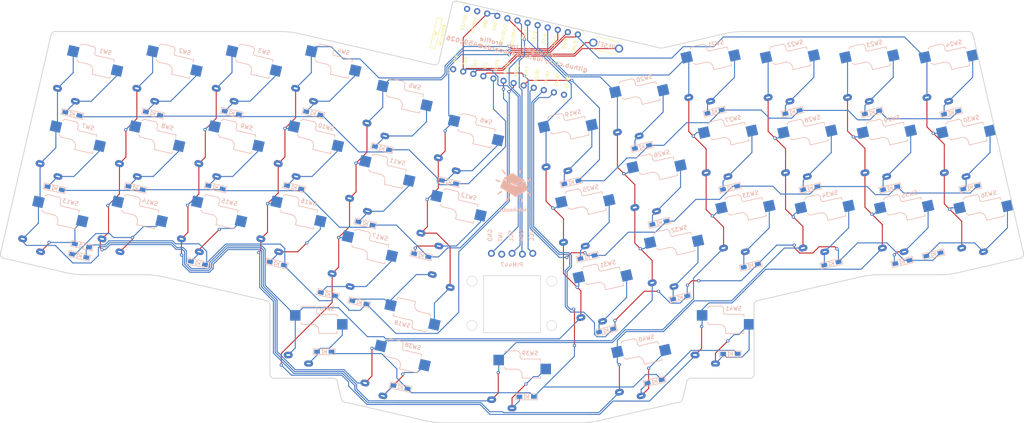
<source format=kicad_pcb>
(kicad_pcb (version 20221018) (generator pcbnew)
  (layers (0 "F.Cu" signal) (31 "B.Cu" signal) (34 "B.Paste" user) (35 "F.Paste" user) (36 "B.SilkS" user "B.Silkscreen") (37 "F.SilkS" user "F.Silkscreen") (38 "B.Mask" user) (39 "F.Mask" user) (44 "Edge.Cuts" user))
  (net 0 "")
  (net 1 "col0")
  (net 2 "col1")
  (net 3 "col2")
  (net 4 "col3")
  (net 5 "col4")
  (net 6 "col5")
  (net 7 "GND")
  (net 9 "VCC")
  (net 10 "SDA")
  (net 11 "SCL")
  (net 12 "reset")
  (net 17 "row0")
  (net 18 "Net-(D1-A)")
  (net 19 "row1")
  (net 20 "Net-(D2-A)")
  (net 21 "row2")
  (net 22 "Net-(D3-A)")
  (net 23 "row3")
  (net 24 "Net-(D4-A)")
  (net 25 "row4")
  (net 26 "Net-(D5-A)")
  (net 27 "row5")
  (net 28 "Net-(D6-A)")
  (net 29 "row6")
  (net 30 "Net-(D7-A)")
  (net 31 "Net-(D8-A)")
  (net 32 "Net-(D9-A)")
  (net 33 "Net-(D10-A)")
  (net 34 "Net-(D11-A)")
  (net 35 "Net-(D12-A)")
  (net 36 "Net-(D13-A)")
  (net 37 "Net-(D14-A)")
  (net 38 "Net-(D15-A)")
  (net 39 "Net-(D16-A)")
  (net 40 "Net-(D17-A)")
  (net 41 "Net-(D18-A)")
  (net 42 "Net-(D19-A)")
  (net 43 "Net-(D20-A)")
  (net 44 "Net-(D21-A)")
  (net 45 "Net-(D22-A)")
  (net 46 "Net-(D23-A)")
  (net 47 "Net-(D24-A)")
  (net 48 "Net-(D25-A)")
  (net 49 "Net-(D26-A)")
  (net 50 "Net-(D27-A)")
  (net 51 "Net-(D28-A)")
  (net 52 "Net-(D29-A)")
  (net 53 "Net-(D30-A)")
  (net 54 "Net-(D31-A)")
  (net 55 "Net-(D32-A)")
  (net 56 "Net-(D33-A)")
  (net 57 "Net-(D34-A)")
  (net 58 "Net-(D35-A)")
  (net 59 "Net-(D36-A)")
  (net 60 "Net-(D37-A)")
  (net 61 "Net-(D38-A)")
  (net 62 "Net-(D39-A)")
  (net 63 "Net-(D40-A)")
  (net 64 "Net-(D41-A)")
  (footprint "keyswitches:Kailh_socket_PG1350_optional_oval_1" (layer "F.Cu") (at 147.783703 123.117158)
    (fp_text reference "SW39" hide)
    (fp_text value "SW_2U_PUSH")
  )
  (footprint "keyswitches:Kailh_socket_PG1350_optional_oval_1" (layer "F.Cu") (at 197.749557 112.133412)
    (fp_text reference "SW41" hide)
    (fp_text value "SW_PUSH")
  )
  (footprint "keyswitches:Kailh_socket_PG1350_optional_oval_1" (layer "F.Cu") (at 97.817844 112.133411)
    (fp_text reference "SW37" hide)
    (fp_text value "SW_PUSH")
  )
  (footprint "keyswitches:Kailh_socket_PG1350_optional_oval_1" (layer "F.Cu") (at 131.129333 83.382938 -13)
    (fp_text reference "SW12" hide)
    (fp_text value "SW_PUSH")
  )
  (footprint "keyswitches:Kailh_socket_PG1350_optional_oval_1" (layer "F.Cu") (at 126.855263 101.895967 167)
    (fp_text reference "SW18" hide)
    (fp_text value "SW_PUSH")
  )
  (footprint "keyswitches:Kailh_socket_PG1350_optional_oval_1" (layer "F.Cu") (at 135.403404 64.869909 -13)
    (fp_text reference "SW6" hide)
    (fp_text value "SW_PUSH")
  )
  (footprint "keyswitches:Kailh_socket_PG1350_optional_oval_1" (layer "F.Cu") (at 113.603051 74.834796 -13)
    (fp_text reference "SW11" hide)
    (fp_text value "SW_PUSH")
  )
  (footprint "keyswitches:Kailh_socket_PG1350_optional_oval_1" (layer "F.Cu") (at 109.328982 93.347832 -13)
    (fp_text reference "SW17" hide)
    (fp_text value "SW_PUSH")
  )
  (footprint "keyswitches:Kailh_socket_PG1350_optional_oval_1" (layer "F.Cu") (at 117.877121 56.32177 -13)
    (fp_text reference "SW5" hide)
    (fp_text value "SW_PUSH")
  )
  (footprint "keyswitches:Kailh_socket_PG1350_optional_oval_1" (layer "F.Cu") (at 91.802696 84.799691 -13)
    (fp_text reference "SW16" hide)
    (fp_text value "SW_PUSH")
  )
  (footprint "keyswitches:Kailh_socket_PG1350_optional_oval_1" (layer "F.Cu") (at 100.350837 47.773629 -13)
    (fp_text reference "SW4" hide)
    (fp_text value "SW_PUSH")
  )
  (footprint "keyswitches:Kailh_socket_PG1350_optional_oval_1" (layer "F.Cu") (at 96.076767 66.28666 -13)
    (fp_text reference "SW10" hide)
    (fp_text value "SW_PUSH")
  )
  (footprint "keyswitches:Kailh_socket_PG1350_optional_oval_1" (layer "F.Cu") (at 80.85106 47.773628 -13)
    (fp_text reference "SW3" hide)
    (fp_text value "SW_PUSH")
  )
  (footprint "keyswitches:Kailh_socket_PG1350_optional_oval_1" (layer "F.Cu") (at 76.576985 66.286658 -13)
    (fp_text reference "SW9" hide)
    (fp_text value "SW_PUSH")
  )
  (footprint "keyswitches:Kailh_socket_PG1350_optional_oval_1" (layer "F.Cu") (at 72.302916 84.799689 -13)
    (fp_text reference "SW15" hide)
    (fp_text value "SW_PUSH")
  )
  (footprint "keyswitches:Kailh_socket_PG1350_optional_oval_1" (layer "F.Cu") (at 57.07721 66.286659 -13)
    (fp_text reference "SW8" hide)
    (fp_text value "SW_PUSH")
  )
  (footprint "keyswitches:Kailh_socket_PG1350_optional_oval_1" (layer "F.Cu") (at 61.351282 47.773625 -13)
    (fp_text reference "SW2" hide)
    (fp_text value "SW_PUSH")
  )
  (footprint "keyswitches:Kailh_socket_PG1350_optional_oval_1" (layer "F.Cu") (at 52.803139 84.799687 -13)
    (fp_text reference "SW14" hide)
    (fp_text value "SW_PUSH")
  )
  (footprint "keyswitches:Kailh_socket_PG1350_optional_oval_1" (layer "F.Cu") (at 37.577428 66.286658 -13)
    (fp_text reference "SW7" hide)
    (fp_text value "SW_PUSH")
  )
  (footprint "keyswitches:Kailh_socket_PG1350_optional_oval_1" (layer "F.Cu") (at 33.303359 84.799687 -13)
    (fp_text reference "SW13" hide)
    (fp_text value "SW_PUSH")
  )
  (footprint "keyswitches:Kailh_socket_PG1350_optional_oval_1" (layer "F.Cu") (at 41.851498 47.77363 -13)
    (fp_text reference "SW1" hide)
    (fp_text value "SW_PUSH")
  )
  (footprint "keyswitches:Kailh_socket_PG1350_optional_oval_1" (layer "F.Cu") (at 117.390154 120.236859 -13)
    (fp_text reference "SW38" hide)
    (fp_text value "SW_PUSH")
  )
  (footprint "keyswitches:Kailh_socket_PG1350_optional_oval_1" (layer "F.Cu") (at 178.177253 120.236857 13)
    (fp_text reference "SW40" hide)
    (fp_text value "SW_PUSH")
  )
  (footprint "keyswitches:Kailh_socket_PG1350_optional_oval_1" (layer "F.Cu") (at 262.264043 84.799694 13)
    (fp_text reference "SW36" hide)
    (fp_text value "SW_PUSH")
  )
  (footprint "keyswitches:Kailh_socket_PG1350_optional_oval_1" (layer "F.Cu") (at 234.216125 47.773626 13)
    (fp_text reference "SW23" hide)
    (fp_text value "SW_PUSH")
  )
  (footprint "keyswitches:Kailh_socket_PG1350_optional_oval_1" (layer "F.Cu") (at 242.764266 84.799692 13)
    (fp_text reference "SW35" hide)
    (fp_text value "SW_PUSH")
  )
  (footprint "keyswitches:Kailh_socket_PG1350_optional_oval_1" (layer "F.Cu") (at 238.490196 66.28666 13)
    (fp_text reference "SW29" hide)
    (fp_text value "SW_PUSH")
  )
  (footprint "keyswitches:Kailh_socket_PG1350_optional_oval_1" (layer "F.Cu") (at 253.715903 47.773629 13)
    (fp_text reference "SW24" hide)
    (fp_text value "SW_PUSH")
  )
  (footprint "keyswitches:Kailh_socket_PG1350_optional_oval_1" (layer "F.Cu") (at 257.989974 66.286656 13)
    (fp_text reference "SW30" hide)
    (fp_text value "SW_PUSH")
  )
  (footprint "keyswitches:Kailh_socket_PG1350_optional_oval_1" (layer "F.Cu") (at 218.990417 66.286659 13)
    (fp_text reference "SW28" hide)
    (fp_text value "SW_PUSH")
  )
  (footprint "keyswitches:Kailh_socket_PG1350_optional_oval_1" (layer "F.Cu") (at 223.264488 84.79969 13)
    (fp_text reference "SW34" hide)
    (fp_text value "SW_PUSH")
  )
  (footprint "keyswitches:Kailh_socket_PG1350_optional_oval_1" (layer "F.Cu") (at 214.716348 47.773628 13)
    (fp_text reference "SW22" hide)
    (fp_text value "SW_PUSH")
  )
  (footprint "keyswitches:Kailh_socket_PG1350_optional_oval_1" (layer "F.Cu") (at 195.216569 47.773631 13)
    (fp_text reference "SW21" hide)
    (fp_text value "SW_PUSH")
  )
  (footprint "keyswitches:Kailh_socket_PG1350_optional_oval_1" (layer "F.Cu") (at 199.490638 66.286659 13)
    (fp_text reference "SW27" hide)
    (fp_text value "SW_PUSH")
  )
  (footprint "keyswitches:Kailh_socket_PG1350_optional_oval_1" (layer "F.Cu") (at 203.764709 84.799692 13)
    (fp_text reference "SW33" hide)
    (fp_text value "SW_PUSH")
  )
  (footprint "keyswitches:Kailh_socket_PG1350_optional_oval_1" (layer "F.Cu") (at 186.238423 93.34783 13)
    (fp_text reference "SW32" hide)
    (fp_text value "SW_PUSH")
  )
  (footprint "keyswitches:Kailh_socket_PG1350_optional_oval_1" (layer "F.Cu") (at 177.690283 56.321769 13)
    (fp_text reference "SW20" hide)
    (fp_text value "SW_PUSH")
  )
  (footprint "keyswitches:Kailh_socket_PG1350_optional_oval_1" (layer "F.Cu") (at 181.964354 74.834796 13)
    (fp_text reference "SW26" hide)
    (fp_text value "SW_PUSH")
  )
  (footprint "keyswitches:Kailh_socket_PG1350_optional_oval_1" (layer "F.Cu") (at 164.438072 83.382939 13)
    (fp_text reference "SW25" hide)
    (fp_text value "SW_PUSH")
  )
  (footprint "keyswitches:Kailh_socket_PG1350_optional_oval_1" (layer "F.Cu") (at 168.712141 101.895972 13)
    (fp_text reference "SW31" hide)
    (fp_text value "SW_PUSH")
  )
  (footprint "keyswitches:Kailh_socket_PG1350_optional_oval_1" (layer "F.Cu") (at 160.164 64.869905 13)
    (fp_text reference "SW19" hide)
    (fp_text value "SW_PUSH")
  )
  (footprint "41_1353:edgecuts_r41l2_pcb" (layer "F.Cu") (at 147.783703 36.38008)
    (fp_text reference "REF**" hide)
    (fp_text value "edgecuts_r41l2_pcb")
    (fp_line (start -124.899521 55.764044) (end -109.581168 59.300565) (stroke (width 0.2)) (layer "Edge.Cuts"))
    (fp_line (start -113.230615 0.775048) (end -125.64894 54.564723) (stroke (width 0.2)) (layer "Edge.Cuts"))
    (fp_line (start -105.082147 59.813163) (end -90.139794 59.813163) (stroke (width 0.2)) (layer "Edge.Cuts"))
    (fp_line (start -85.640772 60.325762) (end -60.240908 66.189783) (stroke (width 0.2)) (layer "Edge.Cuts"))
    (fp_line (start -59.465859 67.164153) (end -59.465859 84.253334) (stroke (width 0.2)) (layer "Edge.Cuts"))
    (fp_line (start -58.465859 85.253334) (end -43.903779 85.253334) (stroke (width 0.2)) (layer "Edge.Cuts"))
    (fp_line (start -56.831059 0) (end -112.256245 0) (stroke (width 0.2)) (layer "Edge.Cuts"))
    (fp_line (start -42.929409 86.028383) (end -41.927666 90.367408) (stroke (width 0.2)) (layer "Edge.Cuts"))
    (fp_line (start -41.178247 91.116827) (end -21.220308 95.72448) (stroke (width 0.2)) (layer "Edge.Cuts"))
    (fp_line (start -19.157564 8.171529) (end -52.332037 0.512598) (stroke (width 0.2)) (layer "Edge.Cuts"))
    (fp_line (start -16.721287 96.237079) (end 16.721287 96.237079) (stroke (width 0.2)) (layer "Edge.Cuts"))
    (fp_line (start -14.694203 -6.715999) (end -17.958243 7.42211) (stroke (width 0.2)) (layer "Edge.Cuts"))
    (fp_line (start 21.220308 95.72448) (end 41.178247 91.116827) (stroke (width 0.2)) (layer "Edge.Cuts"))
    (fp_line (start 36.246969 4.018393) (end -13.494882 -7.465418) (stroke (width 0.2)) (layer "Edge.Cuts"))
    (fp_line (start 41.927666 90.367408) (end 42.929409 86.028383) (stroke (width 0.2)) (layer "Edge.Cuts"))
    (fp_line (start 43.903779 85.253334) (end 58.465859 85.253334) (stroke (width 0.2)) (layer "Edge.Cuts"))
    (fp_line (start 52.332037 0.512598) (end 37.146773 4.018393) (stroke (width 0.2)) (layer "Edge.Cuts"))
    (fp_line (start 59.465859 84.253334) (end 59.465859 67.164153) (stroke (width 0.2)) (layer "Edge.Cuts"))
    (fp_line (start 60.240908 66.189783) (end 85.640772 60.325762) (stroke (width 0.2)) (layer "Edge.Cuts"))
    (fp_line (start 90.139794 59.813163) (end 105.082147 59.813163) (stroke (width 0.2)) (layer "Edge.Cuts"))
    (fp_line (start 109.581168 59.300565) (end 124.899521 55.764044) (stroke (width 0.2)) (layer "Edge.Cuts"))
    (fp_line (start 112.256245 0) (end 56.831059 0) (stroke (width 0.2)) (layer "Edge.Cuts"))
    (fp_line (start 125.64894 54.564723) (end 113.230615 0.775048) (stroke (width 0.2)) (layer "Edge.Cuts"))
    (fp_arc (start -124.89952 55.764045) (mid -125.522618 55.319594) (end -125.64894 54.564723) (stroke (width 0.2)) (layer "Edge.Cuts"))
    (fp_arc (start -113.230614 0.775048) (mid -112.878759 0.217392) (end -112.256245 0) (stroke (width 0.2)) (layer "Edge.Cuts"))
    (fp_arc (start -105.082147 59.813164) (mid -107.346211 59.684601) (end -109.581168 59.300565) (stroke (width 0.2)) (layer "Edge.Cuts"))
    (fp_arc (start -90.139793 59.813163) (mid -87.875729 59.941726) (end -85.640772 60.325762) (stroke (width 0.2)) (layer "Edge.Cuts"))
    (fp_arc (start -60.240908 66.189783) (mid -59.68325 66.541638) (end -59.465859 67.164153) (stroke (width 0.2)) (layer "Edge.Cuts"))
    (fp_arc (start -58.465859 85.253334) (mid -59.172966 84.960441) (end -59.465859 84.253334) (stroke (width 0.2)) (layer "Edge.Cuts"))
    (fp_arc (start -56.831058 -0.000001) (mid -54.566994 0.128562) (end -52.332037 0.512598) (stroke (width 0.2)) (layer "Edge.Cuts"))
    (fp_arc (start -43.903779 85.253334) (mid -43.281264 85.470726) (end -42.929409 86.028383) (stroke (width 0.2)) (layer "Edge.Cuts"))
    (fp_arc (start -41.178247 91.116827) (mid -41.660403 90.849564) (end -41.927666 90.367408) (stroke (width 0.2)) (layer "Edge.Cuts"))
    (fp_arc (start -17.958243 7.42211) (mid -18.402694 8.045207) (end -19.157564 8.171529) (stroke (width 0.2)) (layer "Edge.Cuts"))
    (fp_arc (start -16.721287 96.237079) (mid -18.985351 96.108516) (end -21.220308 95.72448) (stroke (width 0.2)) (layer "Edge.Cuts"))
    (fp_arc (start -14.694203 -6.715999) (mid -14.249752 -7.339096) (end -13.494882 -7.465418) (stroke (width 0.2)) (layer "Edge.Cuts"))
    (fp_arc (start 21.220308 95.72448) (mid 18.985351 96.108511) (end 16.721287 96.237079) (stroke (width 0.2)) (layer "Edge.Cuts"))
    (fp_arc (start 37.146773 4.018393) (mid 36.696871 4.069653) (end 36.246969 4.018393) (stroke (width 0.2)) (layer "Edge.Cuts"))
    (fp_arc (start 41.927666 90.367408) (mid 41.660281 90.849433) (end 41.178247 91.116827) (stroke (width 0.2)) (layer "Edge.Cuts"))
    (fp_arc (start 42.929409 86.028383) (mid 43.28127 85.470714) (end 43.903779 85.253334) (stroke (width 0.2)) (layer "Edge.Cuts"))
    (fp_arc (start 52.332038 0.512599) (mid 54.566994 0.128554) (end 56.831059 0) (stroke (width 0.2)) (layer "Edge.Cuts"))
    (fp_arc (start 59.465859 67.164153) (mid 59.683265 66.541653) (end 60.240908 66.189783) (stroke (width 0.2)) (layer "Edge.Cuts"))
    (fp_arc (start 59.465859 84.253334) (mid 59.17263 84.960083) (end 58.465859 85.253334) (stroke (width 0.2)) (layer "Edge.Cuts"))
    (fp_arc (start 85.640773 60.325762) (mid 87.87573 59.941726) (end 90.139794 59.813163) (stroke (width 0.2)) (layer "Edge.Cuts"))
    (fp_arc (start 109.581168 59.300564) (mid 107.346211 59.684594) (end 105.082147 59.813163) (stroke (width 0.2)) (layer "Edge.Cuts"))
    (fp_arc (start 112.256245 -0.000001) (mid 112.878761 0.217399) (end 113.230615 0.775048) (stroke (width 0.2)) (layer "Edge.Cuts"))
    (fp_arc (start 125.648939 54.564722) (mid 125.52263 55.319602) (end 124.899521 55.764044) (stroke (width 0.2)) (layer "Edge.Cuts"))
  )
  (footprint "kbd:ResetSW_1side" (layer "F.Cu") (at 170.91 39.84 -13)
    (fp_text reference "RESET1" hide)
    (fp_text value "SW_PUSH")
  )
  (footprint "holykeebs:M2_HOLE_NPH" (layer "F.Cu") (at 210.74 72.19)
    (fp_text reference "REF**" hide)
    (fp_text value "M2_HOLE_NPH" hide)
  )
  (footprint "holykeebs:M2_HOLE_NPH" (layer "F.Cu") (at 187.69 111.6)
    (fp_text reference "REF**" hide)
    (fp_text value "M2_HOLE_NPH" hide)
  )
  (footprint "holykeebs:M2_HOLE_NPH" (layer "F.Cu") (at 166.22 42.44)
    (fp_text reference "REF**" hide)
    (fp_text value "M2_HOLE_NPH" hide)
  )
  (footprint "holykeebs:M2_HOLE_NPH" (layer "F.Cu") (at 252.81 86.21)
    (fp_text reference "REF**" hide)
    (fp_text value "M2_HOLE_NPH" hide)
  )
  (footprint "pimoroni:pim447" (layer "F.Cu") (at 152.873703 90.436913 180)
    (fp_text reference "U2")
    (fp_text value "~" hide)
    (fp_line (start -1.91 -20) (end 12.09 -20) (stroke (width 0.15)) (layer "Edge.Cuts"))
    (fp_line (start -1.91 -6) (end -1.91 -20) (stroke (width 0.15)) (layer "Edge.Cuts"))
    (fp_line (start 12.09 -20) (end 12.09 -6) (stroke (width 0.15)) (layer "Edge.Cuts"))
    (fp_line (start 12.09 -6) (end -1.91 -6) (stroke (width 0.15)) (layer "Edge.Cuts"))
    (fp_circle (center -4.68 -7.35) (end -3.43 -7.35) (stroke (width 0.12)) (fill none) (layer "Edge.Cuts"))
    (fp_circle (center -4.66 -18.25) (end -3.41 -18.25) (stroke (width 0.12)) (fill none) (layer "Edge.Cuts"))
    (fp_circle (center 14.92 -7.35) (end 16.17 -7.35) (stroke (width 0.12)) (fill none) (layer "Edge.Cuts"))
    (fp_circle (center 14.94 -18.25) (end 16.19 -18.25) (stroke (width 0.12)) (fill none) (layer "Edge.Cuts"))
  )
  (footprint "kbd:ProMicro_v3" (layer "F.Cu") (at 149.141155 41.489901 77)
    (fp_text reference "U1" hide)
    (fp_text value "ProMicro" hide)
  )
  (footprint "holykeebs:M2_HOLE_NPH" (layer "F.Cu") (at 164.53 117.76)
    (fp_text reference "REF**" hide)
    (fp_text value "M2_HOLE_NPH" hide)
  )
  (footprint "holykeebs:M2_HOLE_NPH" (layer "F.Cu") (at 147.783703 91.01)
    (fp_text reference "REF**" hide)
    (fp_text value "M2_HOLE_NPH" hide)
  )
  (footprint "holykeebs:M2_HOLE_NPH" (layer "F.Cu") (at 245.64 55.77)
    (fp_text reference "REF**" hide)
    (fp_text value "M2_HOLE_NPH" hide)
  )
  (footprint "holykeebs:M2_HOLE_NPH" (layer "F.Cu") (at 170.95 69.98)
    (fp_text reference "REF**" hide)
    (fp_text value "M2_HOLE_NPH" hide)
  )
  (footprint "kbd:D3_SMD_v2" (layer "B.Cu") (at 151.38 126.2 180)
    (fp_text reference "D39" hide)
    (fp_text value "1N4148W" hide)
  )
  (footprint "kbd:D3_SMD_v2" (layer "B.Cu") (at 201.43 115.66 180)
    (fp_text reference "D41" hide)
    (fp_text value "1N4148W" hide)
  )
  (footprint "kbd:D3_SMD_v2" (layer "B.Cu") (at 101.66 115.12 180)
    (fp_text reference "D37" hide)
    (fp_text value "1N4148W" hide)
  )
  (footprint "kbd:D3_SMD_v2" (layer "B.Cu") (at 125.48 91.41 167)
    (fp_text reference "D12" hide)
    (fp_text value "1N4148W" hide)
  )
  (footprint "kbd:D3_SMD_v2" (layer "B.Cu") (at 110.29 103 167)
    (fp_text reference "D18" hide)
    (fp_text value "1N4148W" hide)
  )
  (footprint "kbd:D3_SMD_v2" (layer "B.Cu") (at 132.28 73.4 167)
    (fp_text reference "D6" hide)
    (fp_text value "1N4148W" hide)
  )
  (footprint "kbd:D3_SMD_v2" (layer "B.Cu") (at 111.78 83.58 167)
    (fp_text reference "D11" hide)
    (fp_text value "1N4148W" hide)
  )
  (footprint "kbd:D3_SMD_v2" (layer "B.Cu") (at 102.57 100.96 167)
    (fp_text reference "D17" hide)
    (fp_text value "1N4148W" hide)
  )
  (footprint "kbd:D3_SMD_v2" (layer "B.Cu") (at 115.85 65.07 167)
    (fp_text reference "D5" hide)
    (fp_text value "1N4148W" hide)
  )
  (footprint "kbd:D3_SMD_v2" (layer "B.Cu") (at 90 93.45 167)
    (fp_text reference "D16" hide)
    (fp_text value "1N4148W" hide)
  )
  (footprint "kbd:D3_SMD_v2" (layer "B.Cu") (at 98.96 56.48 167)
    (fp_text reference "D4" hide)
    (fp_text value "1N4148W" hide)
  )
  (footprint "kbd:D3_SMD_v2" (layer "B.Cu") (at 94.26 74.7 167)
    (fp_text reference "D10" hide)
    (fp_text value "1N4148W" hide)
  )
  (footprint "kbd:D3_SMD_v2" (layer "B.Cu") (at 78.95 56.38 167)
    (fp_text reference "D3" hide)
    (fp_text value "1N4148W" hide)
  )
  (footprint "kbd:D3_SMD_v2" (layer "B.Cu") (at 74.94 74.7 167)
    (fp_text reference "D9" hide)
    (fp_text value "1N4148W" hide)
  )
  (footprint "kbd:D3_SMD_v2" (layer "B.Cu") (at 70.63 93.34 167)
    (fp_text reference "D15" hide)
    (fp_text value "1N4148W" hide)
  )
  (footprint "kbd:D3_SMD_v2" (layer "B.Cu") (at 55.29 74.88 167)
    (fp_text reference "D8" hide)
    (fp_text value "1N4148W" hide)
  )
  (footprint "kbd:D3_SMD_v2" (layer "B.Cu") (at 59.58 56.54 167)
    (fp_text reference "D2" hide)
    (fp_text value "1N4148W" hide)
  )
  (footprint "kbd:D3_SMD_v2" (layer "B.Cu") (at 41.47 91.54 167)
    (fp_text reference "D14" hide)
    (fp_text value "1N4148W" hide)
  )
  (footprint "kbd:D3_SMD_v2" (layer "B.Cu") (at 42.14 89.03 167)
    (fp_text reference "D13" hide)
    (fp_text value "1N4148W" hide)
  )
  (footprint "kbd:D3_SMD_v2" (layer "B.Cu") (at 39.78 56.65 167)
    (fp_text reference "D1" hide)
    (fp_text value "1N4148W" hide)
  )
  (footprint "kbd:D3_SMD_v2" (layer "B.Cu") (at 120.39 123.84 167)
    (fp_text reference "D38" hide)
    (fp_text value "1N4148W" hide)
  )
  (footprint "kbd:D3_SMD_v2" (layer "B.Cu") (at 182.81 122.44 -167)
    (fp_text reference "D40" hide)
    (fp_text value "1N4148W" hide)
  )
  (footprint "kbd:D3_SMD_v2" (layer "B.Cu") (at 35.44 74.94 167)
    (fp_text reference "D7" hide)
    (fp_text value "1N4148W" hide)
  )
  (footprint "kbd:D3_SMD_v2" (layer "B.Cu") (at 251.29 91.19 -167)
    (fp_text reference "D36" hide)
    (fp_text value "1N4148W" hide)
  )
  (footprint "kbd:D3_SMD_v2" (layer "B.Cu") (at 236.21 56.25 -167)
    (fp_text reference "D23" hide)
    (fp_text value "1N4148W" hide)
  )
  (footprint "kbd:D3_SMD_v2" (layer "B.Cu") (at 243.67 93.06 -167)
    (fp_text reference "D35" hide)
    (fp_text value "1N4148W" hide)
  )
  (footprint "kbd:D3_SMD_v2" (layer "B.Cu") (at 240.67 74.9 -167)
    (fp_text reference "D29" hide)
    (fp_text value "1N4148W" hide)
  )
  (footprint "kbd:D3_SMD_v2" (layer "B.Cu") (at 255.66 56.33 -167)
    (fp_text reference "D24" hide)
    (fp_text value "1N4148W" hide)
  )
  (footprint "kbd:D3_SMD_v2" (layer "B.Cu") (at 260.37 74.73 -167)
    (fp_text reference "D30" hide)
    (fp_text value "1N4148W" hide)
  )
  (footprint "kbd:D3_SMD_v2" (layer "B.Cu") (at 221.05 74.9 -167)
    (fp_text reference "D28" hide)
    (fp_text value "1N4148W" hide)
  )
  (footprint "kbd:D3_SMD_v2" (layer "B.Cu") (at 226.24 93.46 -167)
    (fp_text reference "D34" hide)
    (fp_text value "1N4148W" hide)
  )
  (footprint "kbd:D3_SMD_v2" (layer "B.Cu") (at 216.67 56.17 -167)
    (fp_text reference "D22" hide)
    (fp_text value "1N4148W" hide)
  )
  (footprint "kbd:D3_SMD_v2" (layer "B.Cu") (at 197.54 56.09 -167)
    (fp_text reference "D21" hide)
    (fp_text value "1N4148W" hide)
  )
  (footprint "kbd:D3_SMD_v2" (layer "B.Cu") (at 201.35 74.81 -167)
    (fp_text reference "D27" hide)
    (fp_text value "1N4148W" hide)
  )
  (footprint "kbd:D3_SMD_v2" (layer "B.Cu") (at 206.45 93.95 -167)
    (fp_text reference "D33" hide)
    (fp_text value "1N4148W" hide)
  )
  (footprint "kbd:D3_SMD_v2" (layer "B.Cu") (at 189.1 101.81 -167)
    (fp_text reference "D32" hide)
    (fp_text value "1N4148W" hide)
  )
  (footprint "kbd:D3_SMD_v2" (layer "B.Cu") (at 179.7 64.76 -167)
    (fp_text reference "D20" hide)
    (fp_text value "1N4148W" hide)
  )
  (footprint "kbd:D3_SMD_v2" (layer "B.Cu") (at 184 83.41 -167)
    (fp_text reference "D26" hide)
    (fp_text value "1N4148W" hide)
  )
  (footprint "kbd:D3_SMD_v2" (layer "B.Cu") (at 166.32 91.84 -167)
    (fp_text reference "D25" hide)
    (fp_text value "1N4148W" hide)
  )
  (footprint "kbd:D3_SMD_v2" (layer "B.Cu") (at 170.89 109.9 -167)
    (fp_text reference "D31" hide)
    (fp_text value "1N4148W" hide)
  )
  (footprint "kbd:D3_SMD_v2" (layer "B.Cu") (at 162.36 73.47 -167)
    (fp_text reference "D19" hide)
    (fp_text value "1N4148W" hide)
  )
  (footprint "holykeebs:M2_HOLE_NPH" (layer "B.Cu") (at 84.83 72.2 180)
    (fp_text reference "REF**" hide)
    (fp_text value "M2_HOLE_NPH" hide)
  )
  (footprint "holykeebs:M2_HOLE_NPH" (layer "B.Cu") (at 42.76 86.22 180)
    (fp_text reference "REF**" hide)
    (fp_text value "M2_HOLE_NPH" hide)
  )
  (footprint "holykeebs:M2_HOLE_NPH" (layer "B.Cu") (at 124.62 69.99 180)
    (fp_text reference "REF**" hide)
    (fp_text value "M2_HOLE_NPH" hide)
  )
  (footprint "holykeebs:logo .5x" (layer "B.Cu") (at 148.14 75.21 180)
    (fp_text reference "REF**" hide)
    (fp_text value "logo big" hide)
  )
  (footprint "holykeebs:M2_HOLE_NPH" (layer "B.Cu") (at 131.04 117.77 180)
    (fp_text reference "REF**" hide)
    (fp_text value "M2_HOLE_NPH" hide)
  )
  (footprint "holykeebs:M2_HOLE_NPH" (layer "B.Cu") (at 49.93 55.78 180)
    (fp_text reference "REF**" hide)
    (fp_text value "M2_HOLE_NPH" hide)
  )
  (footprint "holykeebs:M2_HOLE_NPH" (layer "B.Cu") (at 107.88 111.61 180)
    (fp_text reference "REF**" hide)
    (fp_text value "M2_HOLE_NPH" hide)
  )
  (gr_text "reviung41 low profile\ngithub.com/idank/keyboards@459c026" (at 149.13 41.08 347) (layer "B.SilkS") (effects (font (size 1 1.2) (thickness 0.2)) (justify mirror)))
  (segment (start 164.695105 100.165105) (end 163.81 99.28) (width 0.25) (layer "F.Cu") (net 1))
  (segment (start 164.695105 106.723334) (end 164.695105 100.165105) (width 0.25) (layer "F.Cu") (net 1))
  (segment (start 157.81 79.79) (end 156.146964 78.126964) (width 0.25) (layer "F.Cu") (net 1))
  (segment (start 160.421036 95.891036) (end 160.421036 88.210301) (width 0.25) (layer "F.Cu") (net 1))
  (segment (start 156.146964 78.126964) (end 156.146964 69.697267) (width 0.25) (layer "F.Cu") (net 1))
  (segment (start 160.421036 88.210301) (end 160.421036 82.401036) (width 0.25) (layer "F.Cu") (net 1))
  (segment (start 160.421036 82.401036) (end 157.81 79.79) (width 0.25) (layer "F.Cu") (net 1))
  (segment (start 163.81 99.28) (end 160.421036 95.891036) (width 0.25) (layer "F.Cu") (net 1))
  (via (at 163.81 99.28) (size 0.8) (drill 0.4) (layers "F.Cu" "B.Cu") (net 1))
  (via (at 157.81 79.79) (size 0.8) (drill 0.4) (layers "F.Cu" "B.Cu") (net 1))
  (segment (start 31.450756 78.26547) (end 31.450756 83.503477) (width 0.25) (layer "B.Cu") (net 1))
  (segment (start 112.27 111.43) (end 105.148411 104.308411) (width 0.25) (layer "B.Cu") (net 1))
  (segment (start 116.787891 111.96) (end 116.257891 111.43) (width 0.25) (layer "B.Cu") (net 1))
  (segment (start 69.084846 94.708939) (end 73.063712 94.708939) (width 0.25) (layer "B.Cu") (net 1))
  (segment (start 159.458439 111.96) (end 116.787891 111.96) (width 0.25) (layer "B.Cu") (net 1))
  (segment (start 94.542844 114.208411) (end 94.542844 106.183411) (width 0.25) (layer "B.Cu") (net 1))
  (segment (start 163.81 99.28) (end 164.18262 98.90738) (width 0.25) (layer "B.Cu") (net 1))
  (segment (start 105.148411 104.308411) (end 96.417844 104.308411) (width 0.25) (layer "B.Cu") (net 1))
  (segment (start 164.18262 98.90738) (end 164.18262 96.835185) (width 0.25) (layer "B.Cu") (net 1))
  (segment (start 36.124834 59.352432) (end 35.724825 59.752441) (width 0.25) (layer "B.Cu") (net 1))
  (segment (start 77.635191 89.1) (end 86.343823 89.1) (width 0.25) (layer "B.Cu") (net 1))
  (segment (start 86.343823 89.1) (end 87.150958 89.907135) (width 0.25) (layer "B.Cu") (net 1))
  (segment (start 116.257891 111.43) (end 112.27 111.43) (width 0.25) (layer "B.Cu") (net 1))
  (segment (start 39.89 93.29) (end 44.35 93.29) (width 0.25) (layer "B.Cu") (net 1))
  (segment (start 36.124834 50.351481) (end 39.998895 46.47742) (width 0.25) (layer "B.Cu") (net 1))
  (segment (start 87.150958 89.907135) (end 87.150958 98.791525) (width 0.25) (layer "B.Cu") (net 1))
  (segment (start 162.33 52.67) (end 162.33 49.3) (width 0.25) (layer "B.Cu") (net 1))
  (segment (start 67.780958 90.297354) (end 67.780958 93.405051) (width 0.25) (layer "B.Cu") (net 1))
  (segment (start 156.146964 60.321603) (end 155.634479 59.809118) (width 0.25) (layer "B.Cu") (net 1))
  (segment (start 31.450756 83.503477) (end 27.576695 87.377538) (width 0.25) (layer "B.Cu") (net 1))
  (segment (start 67.780958 93.405051) (end 69.084846 94.708939) (width 0.25) (layer "B.Cu") (net 1))
  (segment (start 35.58 88.98) (end 39.89 93.29) (width 0.25) (layer "B.Cu") (net 1))
  (segment (start 155.634479 59.365521) (end 162.33 52.67) (width 0.25) (layer "B.Cu") (net 1))
  (segment (start 92.817844 115.933411) (end 94.542844 114.208411) (width 0.25) (layer "B.Cu") (net 1))
  (segment (start 157.81 79.79) (end 158.440703 79.79) (width 0.25) (layer "B.Cu") (net 1))
  (segment (start 156.146964 69.697267) (end 156.146964 60.321603) (width 0.25) (layer "B.Cu") (net 1))
  (segment (start 46.18 89.52) (end 46.3905 89.3095) (width 0.25) (layer "B.Cu") (net 1))
  (segment (start 31.850764 68.864509) (end 31.850764 77.865462) (width 0.25) (layer "B.Cu") (net 1))
  (segment (start 27.576695 87.377538) (end 27.576695 88.034285) (width 0.25) (layer "B.Cu") (net 1))
  (segment (start 35.724825 64.990448) (end 31.850764 68.864509) (width 0.25) (layer "B.Cu") (net 1))
  (segment (start 73.479042 94.293609) (end 73.479042 93.256149) (width 0.25) (layer "B.Cu") (net 1))
  (segment (start 155.634479 59.809118) (end 155.634479 59.365521) (width 0.25) (layer "B.Cu") (net 1))
  (segment (start 164.695105 106.723334) (end 159.458439 111.96) (width 0.25) (layer "B.Cu") (net 1))
  (segment (start 35.724825 59.752441) (end 35.724825 64.990448) (width 0.25) (layer "B.Cu") (net 1))
  (segment (start 39.998895 46.47742) (end 39.998895 41.239413) (width 0.25) (layer "B.Cu") (net 1))
  (segment (start 44.35 93.29) (end 46.18 91.46) (width 0.25) (layer "B.Cu") (net 1))
  (segment (start 28.52241 88.98) (end 35.58 88.98) (width 0.25) (layer "B.Cu") (net 1))
  (segment (start 73.063712 94.708939) (end 73.479042 94.293609) (width 0.25) (layer "B.Cu") (net 1))
  (segment (start 48.919651 88.33) (end 64.263604 88.33) (width 0.25) (layer "B.Cu") (net 1))
  (segment (start 66.983604 89.5) (end 67.780958 90.297354) (width 0.25) (layer "B.Cu") (net 1))
  (segment (start 158.440703 79.79) (end 159.908551 78.322152) (width 0.25) (layer "B.Cu") (net 1))
  (segment (start 47.940151 89.3095) (end 48.919651 88.33) (width 0.25) (layer "B.Cu") (net 1))
  (segment (start 46.18 91.46) (end 46.18 89.52) (width 0.25) (layer "B.Cu") (net 1))
  (segment (start 36.124834 50.351481) (end 36.124834 59.352432) (width 0.25) (layer "B.Cu") (net 1))
  (segment (start 87.150958 98.791525) (end 94.542844 106.183411) (width 0.25) (layer "B.Cu") (net 1))
  (segment (start 64.263604 88.33) (end 65.433604 89.5) (width 0.25) (layer "B.Cu") (net 1))
  (segment (start 151.595817 38.565817) (end 151.595817 34.244993) (width 0.25) (layer "B.Cu") (net 1))
  (segment (start 27.576695 88.034285) (end 28.52241 88.98) (width 0.25) (layer "B.Cu") (net 1))
  (segment (start 65.433604 89.5) (end 66.983604 89.5) (width 0.25) (layer "B.Cu") (net 1))
  (segment (start 96.417844 104.308411) (end 94.542844 106.183411) (width 0.25) (layer "B.Cu") (net 1))
  (segment (start 73.479042 93.256149) (end 77.635191 89.1) (width 0.25) (layer "B.Cu") (net 1))
  (segment (start 46.3905 89.3095) (end 47.940151 89.3095) (width 0.25) (layer "B.Cu") (net 1))
  (segment (start 31.850764 77.865462) (end 31.450756 78.26547) (width 0.25) (layer "B.Cu") (net 1))
  (segment (start 162.33 49.3) (end 151.595817 38.565817) (width 0.25) (layer "B.Cu") (net 1))
  (segment (start 48.5 79.17) (end 51.350546 76.319454) (width 0.25) (layer "F.Cu") (net 2))
  (segment (start 51.350546 68.86451) (end 52.944075 67.270981) (width 0.25) (layer "F.Cu") (net 2))
  (segment (start 52.944075 60.594075) (end 52.89 60.54) (width 0.25) (layer "F.Cu") (net 2))
  (segment (start 182.221387 98.175192) (end 182.221387 92.701387) (width 0.25) (layer "F.Cu") (net 2))
  (segment (start 52.89 60.54) (end 55.624618 57.805382) (width 0.25) (layer "F.Cu") (net 2))
  (segment (start 113.38 121.0982) (end 113.38 114.29) (width 0.25) (layer "F.Cu") (net 2))
  (segment (start 47.076475 87.377538) (end 48.670004 85.784009) (width 0.25) (layer "F.Cu") (net 2))
  (segment (start 46.63 89.588025) (end 46.63 87.824013) (width 0.25) (layer "F.Cu") (net 2))
  (segment (start 177.947318 79.662158) (end 177.947318 74.027318) (width 0.25) (layer "F.Cu") (net 2))
  (segment (start 182.221387 92.701387) (end 179.3 89.78) (width 0.25) (layer "F.Cu") (net 2))
  (segment (start 177.947318 74.027318) (end 175.24 71.32) (width 0.25) (layer "F.Cu") (net 2))
  (segment (start 47.076475 90.0345) (end 46.63 89.588025) (width 0.25) (layer "F.Cu") (net 2))
  (segment (start 48.670004 85.784009) (end 48.670004 79.340004) (width 0.25) (layer "F.Cu") (net 2))
  (segment (start 111.66349 122.81471) (end 113.38 121.0982) (width 0.25) (layer "F.Cu") (net 2))
  (segment (start 173.673247 69.753247) (end 173.673247 61.149131) (width 0.25) (layer "F.Cu") (net 2))
  (segment (start 46.63 87.824013) (end 47.076475 87.377538) (width 0.25) (layer "F.Cu") (net 2))
  (segment (start 55.624618 57.805382) (end 55.624618 50.351476) (width 0.25) (layer "F.Cu") (net 2))
  (segment (start 175.24 71.32) (end 173.673247 69.753247) (width 0.25) (layer "F.Cu") (net 2))
  (segment (start 48.670004 79.340004) (end 48.5 79.17) (width 0.25) (layer "F.Cu") (net 2))
  (segment (start 52.944075 67.270981) (end 52.944075 60.594075) (width 0.25) (layer "F.Cu") (net 2))
  (segment (start 179.3 89.78) (end 177.947318 88.427318) (width 0.25) (layer "F.Cu") (net 2))
  (segment (start 177.947318 88.427318) (end 177.947318 79.662158) (width 0.25) (layer "F.Cu") (net 2))
  (segment (start 51.350546 76.319454) (end 51.350546 68.86451) (width 0.25) (layer "F.Cu") (net 2))
  (via (at 175.24 71.32) (size 0.8) (drill 0.4) (layers "F.Cu" "B.Cu") (net 2))
  (via (at 113.38 114.29) (size 0.8) (drill 0.4) (layers "F.Cu" "B.Cu") (net 2))
  (via (at 47.076475 90.0345) (size 0.8) (drill 0.4) (layers "F.Cu" "B.Cu") (net 2))
  (via (at 179.3 89.78) (size 0.8) (drill 0.4) (layers "F.Cu" "B.Cu") (net 2))
  (via (at 48.5 79.17) (size 0.8) (drill 0.4) (layers "F.Cu" "B.Cu") (net 2))
  (via (at 52.89 60.54) (size 0.8) (drill 0.4) (layers "F.Cu" "B.Cu") (net 2))
  (segment (start 67.330958 93.591447) (end 68.89845 95.158939) (width 0.25) (layer "B.Cu") (net 2))
  (segment (start 55.624618 50.351476) (end 59.498679 46.477415) (width 0.25) (layer "B.Cu") (net 2))
  (segment (start 109.79471 122.81471) (end 111.66349 122.81471) (width 0.25) (layer "B.Cu") (net 2))
  (segment (start 49.106047 88.78) (end 64.077208 88.78) (width 0.25) (layer "B.Cu") (net 2))
  (segment (start 175.24 71.32) (end 175.888842 71.32) (width 0.25) (layer "B.Cu") (net 2))
  (segment (start 59.498679 46.477415) (end 59.498679 41.239408) (width 0.25) (layer "B.Cu") (net 2))
  (segment (start 173.673247 61.149131) (end 173.673247 51.773467) (width 0.25) (layer "B.Cu") (net 2))
  (segment (start 114.950193 114.29) (end 115.537551 113.702642) (width 0.25) (layer "B.Cu") (net 2))
  (segment (start 94.543443 119.55) (end 106.53 119.55) (width 0.25) (layer "B.Cu") (net 2))
  (segment (start 172.264093 112.41) (end 116.830193 112.41) (width 0.25) (layer "B.Cu") (net 2))
  (segment (start 48.5 79.17) (end 49.40453 78.26547) (width 0.25) (layer "B.Cu") (net 2))
  (segment (start 90.08 115.086557) (end 94.543443 119.55) (width 0.25) (layer "B.Cu") (net 2))
  (segment (start 179.3 89.78) (end 180.215945 89.78) (width 0.25) (layer "B.Cu") (net 2))
  (segment (start 52.89 60.54) (end 53.677558 59.752442) (width 0.25) (layer "B.Cu") (net 2))
  (segment (start 182.221387 98.175192) (end 182.221387 102.452706) (width 0.25) (layer "B.Cu") (net 2))
  (segment (start 73.250108 95.158939) (end 73.929042 94.480005) (width 0.25) (layer "B.Cu") (net 2))
  (segment (start 173.160762 51.260982) (end 169.42978 47.53) (width 0.25) (layer "B.Cu") (net 2))
  (segment (start 68.89845 95.158939) (end 73.250108 95.158939) (width 0.25) (layer "B.Cu") (net 2))
  (segment (start 180.215945 89.78) (end 181.708902 88.287043) (width 0.25) (layer "B.Cu") (net 2))
  (segment (start 77.821587 89.55) (end 86.157427 89.55) (width 0.25) (layer "B.Cu") (net 2))
  (segment (start 169.42978 47.53) (end 161.32 47.53) (width 0.25) (layer "B.Cu") (net 2))
  (segment (start 67.330958 90.48375) (end 67.330958 93.591447) (width 0.25) (layer "B.Cu") (net 2))
  (segment (start 66.797208 89.95) (end 67.330958 90.48375) (width 0.25) (layer "B.Cu") (net 2))
  (segment (start 90.08 102.356963) (end 90.08 115.086557) (width 0.25) (layer "B.Cu") (net 2))
  (segment (start 65.247208 89.95) (end 66.797208 89.95) (width 0.25) (layer "B.Cu") (net 2))
  (segment (start 47.076475 90.0345) (end 47.851547 90.0345) (width 0.25) (layer "B.Cu") (net 2))
  (segment (start 73.929042 93.442545) (end 77.821587 89.55) (width 0.25) (layer "B.Cu") (net 2))
  (segment (start 175.888842 71.32) (end 177.434833 69.774009) (width 0.25) (layer "B.Cu") (net 2))
  (segment (start 49.40453 78.26547) (end 50.950536 78.26547) (width 0.25) (layer "B.Cu") (net 2))
  (segment (start 47.851547 90.0345) (end 49.106047 88.78) (width 0.25) (layer "B.Cu") (net 2))
  (segment (start 106.53 119.55) (end 109.79471 122.81471) (width 0.25) (layer "B.Cu") (net 2))
  (segment (start 161.32 47.53) (end 154.070717 40.280717) (width 0.25) (layer "B.Cu") (net 2))
  (segment (start 64.077208 88.78) (end 65.247208 89.95) (width 0.25) (layer "B.Cu") (net 2))
  (segment (start 154.070717 40.280717) (end 154.070717 34.816369) (width 0.25) (layer "B.Cu") (net 2))
  (segment (start 86.700958 98.977921) (end 90.08 102.356963) (width 0.25) (layer "B.Cu") (net 2))
  (segment (start 173.673247 51.773467) (end 173.160762 51.260982) (width 0.25) (layer "B.Cu") (net 2))
  (segment (start 182.221387 102.452706) (end 172.264093 112.41) (width 0.25) (layer "B.Cu") (net 2))
  (segment (start 53.677558 59.752442) (end 55.224607 59.752442) (width 0.25) (layer "B.Cu") (net 2))
  (segment (start 86.157427 89.55) (end 86.700958 90.093531) (width 0.25) (layer "B.Cu") (net 2))
  (segment (start 86.700958 90.093531) (end 86.700958 98.977921) (width 0.25) (layer "B.Cu") (net 2))
  (segment (start 116.830193 112.41) (end 115.537551 113.702642) (width 0.25) (layer "B.Cu") (net 2))
  (segment (start 113.38 114.29) (end 114.950193 114.29) (width 0.25) (layer "B.Cu") (net 2))
  (segment (start 73.929042 94.480005) (end 73.929042 93.442545) (width 0.25) (layer "B.Cu") (net 2))
  (segment (start 68.169781 79.199781) (end 68.08 79.11) (width 0.25) (layer "F.Cu") (net 3))
  (segment (start 191.199533 60.969533) (end 191.199533 52.600993) (width 0.25) (layer "F.Cu") (net 3))
  (segment (start 199.747673 89.627054) (end 199.747673 84.467673) (width 0.25) (layer "F.Cu") (net 3))
  (segment (start 72.36 60.49) (end 75.124396 57.725604) (width 0.25) (layer "F.Cu") (net 3))
  (segment (start 72.44385 60.57385) (end 72.36 60.49) (width 0.25) (layer "F.Cu") (net 3))
  (segment (start 66.576252 87.37754) (end 68.169781 85.784011) (width 0.25) (layer "F.Cu") (net 3))
  (segment (start 142.783703 126.917158) (end 144.41 125.290861) (width 0.25) (layer "F.Cu") (net 3))
  (segment (start 197 81.72) (end 195.473602 80.193602) (width 0.25) (layer "F.Cu") (net 3))
  (segment (start 195.473602 65.243602) (end 192.32 62.09) (width 0.25) (layer "F.Cu") (net 3))
  (segment (start 66.606458 91.32) (end 66.576252 91.289794) (width 0.25) (layer "F.Cu") (net 3))
  (segment (start 68.169781 85.784011) (end 68.169781 79.199781) (width 0.25) (layer "F.Cu") (net 3))
  (segment (start 144.41 125.290861) (end 144.41 120.27) (width 0.25) (layer "F.Cu") (net 3))
  (segment (start 70.850321 76.339679) (end 70.850321 68.864509) (width 0.25) (layer "F.Cu") (net 3))
  (segment (start 70.850321 68.864509) (end 72.44385 67.27098) (width 0.25) (layer "F.Cu") (net 3))
  (segment (start 72.44385 67.27098) (end 72.44385 60.57385) (width 0.25) (layer "F.Cu") (net 3))
  (segment (start 199.747673 84.467673) (end 197 81.72) (width 0.25) (layer "F.Cu") (net 3))
  (segment (start 192.32 62.09) (end 191.199533 60.969533) (width 0.25) (layer "F.Cu") (net 3))
  (segment (start 68.08 79.11) (end 70.850321 76.339679) (width 0.25) (layer "F.Cu") (net 3))
  (segment (start 195.473602 80.193602) (end 195.473602 71.114021) (width 0.25) (layer "F.Cu") (net 3))
  (segment (start 66.576252 91.289794) (end 66.576252 87.37754) (width 0.25) (layer "F.Cu") (net 3))
  (segment (start 195.473602 71.114021) (end 195.473602 65.243602) (width 0.25) (layer "F.Cu") (net 3))
  (segment (start 75.124396 57.725604) (end 75.124396 50.351479) (width 0.25) (layer "F.Cu") (net 3))
  (via (at 68.08 79.11) (size 0.8) (drill 0.4) (layers "F.Cu" "B.Cu") (net 3))
  (via (at 66.606458 91.32) (size 0.8) (drill 0.4) (layers "F.Cu" "B.Cu") (net 3))
  (via (at 144.41 120.27) (size 0.8) (drill 0.4) (layers "F.Cu" "B.Cu") (net 3))
  (via (at 197 81.72) (size 0.8) (drill 0.4) (layers "F.Cu" "B.Cu") (net 3))
  (via (at 192.32 62.09) (size 0.8) (drill 0.4) (layers "F.Cu" "B.Cu") (net 3))
  (via (at 72.36 60.49) (size 0.8) (drill 0.4) (layers "F.Cu" "B.Cu") (net 3))
  (segment (start 197 81.72) (end 197.254093 81.72) (width 0.25) (layer "B.Cu") (net 3))
  (segment (start 86.250958 99.164317) (end 89.63 102.543359) (width 0.25) (layer "B.Cu") (net 3))
  (segment (start 175.58 109.730489) (end 172.450489 112.86) (width 0.25) (layer "B.Cu") (net 3))
  (segment (start 68.924528 78.265472) (end 70.450313 78.265472) (width 0.25) (layer "B.Cu") (net 3))
  (segment (start 74.379042 94.666401) (end 74.379042 93.628941) (width 0.25) (layer "B.Cu") (net 3))
  (segment (start 86.250958 90.279927) (end 86.250958 99.164317) (width 0.25) (layer "B.Cu") (net 3))
  (segment (start 106.343604 120) (end 109.62 123.276396) (width 0.25) (layer "B.Cu") (net 3))
  (segment (start 89.63 115.272953) (end 94.357047 120) (width 0.25) (layer "B.Cu") (net 3))
  (segment (start 199.747673 89.627054) (end 192.36 97.014727) (width 0.25) (layer "B.Cu") (net 3))
  (segment (start 73.436504 95.608939) (end 74.379042 94.666401) (width 0.25) (layer "B.Cu") (net 3))
  (segment (start 161.506396 47.08) (end 156.545617 42.119221) (width 0.25) (layer "B.Cu") (net 3))
  (segment (start 73.097559 59.752441) (end 74.724382 59.752441) (width 0.25) (layer "B.Cu") (net 3))
  (segment (start 192.36 102.16) (end 184.789511 109.730489) (width 0.25) (layer "B.Cu") (net 3))
  (segment (start 142.488872 127.211989) (end 142.783703 126.917158) (width 0.25) (layer "B.Cu") (net 3))
  (segment (start 172.450489 112.86) (end 148.815861 112.86) (width 0.25) (layer "B.Cu") (net 3))
  (segment (start 66.880958 93.777843) (end 68.712054 95.608939) (width 0.25) (layer "B.Cu") (net 3))
  (segment (start 148.815861 112.86) (end 144.508703 117.167158) (width 0.25) (layer "B.Cu") (net 3))
  (segment (start 192.32 62.09) (end 193.184128 61.225872) (width 0.25) (layer "B.Cu") (net 3))
  (segment (start 68.712054 95.608939) (end 73.436504 95.608939) (width 0.25) (layer "B.Cu") (net 3))
  (segment (start 193.184128 61.225872) (end 194.961117 61.225872) (width 0.25) (layer "B.Cu") (net 3))
  (segment (start 94.357047 120) (end 106.343604 120) (width 0.25) (layer "B.Cu") (net 3))
  (segment (start 191.199533 43.225329) (end 190.687048 42.712844) (width 0.25) (layer "B.Cu") (net 3))
  (segment (start 66.880958 91.5945) (end 66.880958 93.777843) (width 0.25) (layer "B.Cu") (net 3))
  (segment (start 78.007983 90) (end 85.971031 90) (width 0.25) (layer "B.Cu") (net 3))
  (segment (start 68.08 79.11) (end 68.924528 78.265472) (width 0.25) (layer "B.Cu") (net 3))
  (segment (start 156.545617 42.119221) (end 156.545617 35.387745) (width 0.25) (layer "B.Cu") (net 3))
  (segment (start 75.124396 50.351479) (end 78.998457 46.477418) (width 0.25) (layer "B.Cu") (net 3))
  (segment (start 89.63 102.543359) (end 89.63 115.272953) (width 0.25) (layer "B.Cu") (net 3))
  (segment (start 85.971031 90) (end 86.250958 90.279927) (width 0.25) (layer "B.Cu") (net 3))
  (segment (start 72.36 60.49) (end 73.097559 59.752441) (width 0.25) (layer "B.Cu") (net 3))
  (segment (start 66.606458 91.32) (end 66.880958 91.5945) (width 0.25) (layer "B.Cu") (net 3))
  (segment (start 74.379042 93.628941) (end 78.007983 90) (width 0.25) (layer "B.Cu") (net 3))
  (segment (start 191.199533 52.600993) (end 191.199533 43.225329) (width 0.25) (layer "B.Cu") (net 3))
  (segment (start 184.789511 109.730489) (end 175.58 109.730489) (width 0.25) (layer "B.Cu") (net 3))
  (segment (start 190.687048 42.712844) (end 186.319892 47.08) (width 0.25) (layer "B.Cu") (net 3))
  (segment (start 78.998457 46.477418) (end 78.998457 41.239411) (width 0.25) (layer "B.Cu") (net 3))
  (segment (start 109.62 123.276396) (end 109.62 124.28) (width 0.25) (layer "B.Cu") (net 3))
  (segment (start 112.551989 127.211989) (end 142.488872 127.211989) (width 0.25) (layer "B.Cu") (net 3))
  (segment (start 144.508703 120.171297) (end 144.508703 117.167158) (width 0.25) (layer "B.Cu") (net 3))
  (segment (start 186.319892 47.08) (end 161.506396 47.08) (width 0.25) (layer "B.Cu") (net 3))
  (segment (start 192.36 97.014727) (end 192.36 102.16) (width 0.25) (layer "B.Cu") (net 3))
  (segment (start 144.41 120.27) (end 144.508703 120.171297) (width 0.25) (layer "B.Cu") (net 3))
  (segment (start 109.62 124.28) (end 112.551989 127.211989) (width 0.25) (layer "B.Cu") (net 3))
  (segment (start 197.254093 81.72) (end 199.235188 79.738905) (width 0.25) (layer "B.Cu") (net 3))
  (segment (start 216.9 82) (end 214.973381 80.073381) (width 0.25) (layer "F.Cu") (net 4))
  (segment (start 86.076032 90.190426) (end 86.076032 87.377542) (width 0.25) (layer "F.Cu") (net 4))
  (segment (start 156.777243 40.612274) (end 159.020517 38.369) (width 0.25) (layer "F.Cu") (net 4))
  (segment (start 92 60.21) (end 94.624173 57.585827) (width 0.25) (layer "F.Cu") (net 4))
  (segment (start 90.350103 76.089897) (end 90.350103 68.864511) (width 0.25) (layer "F.Cu") (net 4))
  (segment (start 159.020517 38.369) (end 159.020517 35.95912) (width 0.25) (layer "F.Cu") (net 4))
  (segment (start 147.714871 40.612274) (end 156.777243 40.612274) (width 0.25) (layer "F.Cu") (net 4))
  (segment (start 210.699312 60.919312) (end 210.699312 52.60099) (width 0.25) (layer "F.Cu") (net 4))
  (segment (start 87.72 78.72) (end 90.350103 76.089897) (width 0.25) (layer "F.Cu") (net 4))
  (segment (start 87.72 85.733574) (end 87.72 78.72) (width 0.25) (layer "F.Cu") (net 4))
  (segment (start 147.4383 40.337274) (end 147.439871 40.337274) (width 0.25) (layer "F.Cu") (net 4))
  (segment (start 214.973381 65.193381) (end 212.36 62.58) (width 0.25) (layer "F.Cu") (net 4))
  (segment (start 85.526458 90.74) (end 86.076032 90.190426) (width 0.25) (layer "F.Cu") (net 4))
  (segment (start 219.247452 84.347452) (end 216.9 82) (width 0.25) (layer "F.Cu") (net 4))
  (segment (start 147.164098 40.063072) (end 147.4383 40.337274) (width 0.25) (layer "F.Cu") (net 4))
  (segment (start 212.36 62.58) (end 210.699312 60.919312) (width 0.25) (layer "F.Cu") (net 4))
  (segment (start 219.247452 89.627052) (end 219.247452 84.347452) (width 0.25) (layer "F.Cu") (net 4))
  (segment (start 94.624173 57.585827) (end 94.624173 50.35148) (width 0.25) (layer "F.Cu") (net 4))
  (segment (start 86.076032 87.377542) (end 87.72 85.733574) (width 0.25) (layer "F.Cu") (net 4))
  (segment (start 174.160217 125.064219) (end 174.160217 118.310217) (width 0.25) (layer "F.Cu") (net 4))
  (segment (start 147.439871 40.337274) (end 147.714871 40.612274) (width 0.25) (layer "F.Cu") (net 4))
  (segment (start 214.973381 71.114021) (end 214.973381 65.193381) (width 0.25) (layer "F.Cu") (net 4))
  (segment (start 174.160217 118.310217) (end 174.15 118.3) (width 0.25) (layer "F.Cu") (net 4))
  (segment (start 214.973381 80.073381) (end 214.973381 71.114021) (width 0.25) (layer "F.Cu") (net 4))
  (segment (start 92 67.214614) (end 92 60.21) (width 0.25) (layer "F.Cu") (net 4))
  (segment (start 90.350103 68.864511) (end 92 67.214614) (width 0.25) (layer "F.Cu") (net 4))
  (via (at 85.526458 90.74) (size 0.8) (drill 0.4) (layers "F.Cu" "B.Cu") (net 4))
  (via (at 87.72 78.72) (size 0.8) (drill 0.4) (layers "F.Cu" "B.Cu") (net 4))
  (via (at 147.164098 40.063072) (size 0.8) (drill 0.4) (layers "F.Cu" "B.Cu") (net 4))
  (via (at 92 60.21) (size 0.8) (drill 0.4) (layers "F.Cu" "B.Cu") (net 4))
  (via (at 216.9 82) (size 0.8) (drill 0.4) (layers "F.Cu" "B.Cu") (net 4))
  (via (at 212.36 62.58) (size 0.8) (drill 0.4) (layers "F.Cu" "B.Cu") (net 4))
  (via (at 174.15 118.3) (size 0.8) (drill 0.4) (layers "F.Cu" "B.Cu") (net 4))
  (segment (start 173.647732 117.797732) (end 173.647732 115.17607) (width 0.25) (layer "B.Cu") (net 4))
  (segment (start 106.157208 120.45) (end 94.170651 120.45) (width 0.25) (layer "B.Cu") (net 4))
  (segment (start 112.365593 127.661989) (end 110.786802 126.083198) (width 0.25) (layer "B.Cu") (net 4))
  (segment (start 119.71 127.661989) (end 112.365593 127.661989) (width 0.25) (layer "B.Cu") (net 4))
  (segment (start 85.78 90.993542) (end 85.526458 90.74) (width 0.25) (layer "B.Cu") (net 4))
  (segment (start 210.699312 43.225326) (end 210.186827 42.712841) (width 0.25) (layer "B.Cu") (net 4))
  (segment (start 98.498234 46.477419) (end 98.498234 41.239412) (width 0.25) (layer "B.Cu") (net 4))
  (segment (start 93.766607 60.21) (end 94.224164 59.752443) (width 0.25) (layer "B.Cu") (net 4))
  (segment (start 89.18 103.6) (end 89.18 102.729755) (width 0.25) (layer "B.Cu") (net 4))
  (segment (start 216.9 81.57387) (end 218.734967 79.738903) (width 0.25) (layer "B.Cu") (net 4))
  (segment (start 108.298604 122.591396) (end 106.157208 120.45) (width 0.25) (layer "B.Cu") (net 4))
  (segment (start 145.45 129.88) (end 142.358011 129.88) (width 0.25) (layer "B.Cu") (net 4))
  (segment (start 214.672948 89.627052) (end 201.69 102.61) (width 0.25) (layer "B.Cu") (net 4))
  (segment (start 109.17 123.9) (end 109.17 123.462792) (width 0.25) (layer "B.Cu") (net 4))
  (segment (start 173.647732 112.342757) (end 173.647732 115.17607) (width 0.25) (layer "B.Cu") (net 4))
  (segment (start 219.247452 89.627052) (end 214.672948 89.627052) (width 0.25) (layer "B.Cu") (net 4))
  (segment (start 92 60.21) (end 93.766607 60.21) (width 0.25) (layer "B.Cu") (net 4))
  (segment (start 210.699312 52.60099) (end 210.699312 43.225326) (width 0.25) (layer "B.Cu") (net 4))
  (segment (start 85.78 99.329755) (end 85.78 91.82) (width 0.25) (layer "B.Cu") (net 4))
  (segment (start 106.34 43.11) (end 110.42 43.11) (width 0.25) (layer "B.Cu") (net 4))
  (segment (start 87.72 78.72) (end 89.495567 78.72) (width 0.25) (layer "B.Cu") (net 4))
  (segment (start 89.18 114.21) (end 89.18 103.6) (width 0.25) (layer "B.Cu") (net 4))
  (segment (start 89.495567 78.72) (end 89.950093 78.265474) (width 0.25) (layer "B.Cu") (net 4))
  (segment (start 115.1 47.79) (end 130.243604 47.79) (width 0.25) (layer "B.Cu") (net 4))
  (segment (start 131.335663 46.697941) (end 131.335663 44.801545) (width 0.25) (layer "B.Cu") (net 4))
  (segment (start 89.18 115.459349) (end 89.18 114.21) (width 0.25) (layer "B.Cu") (net 4))
  (segment (start 192.546396 102.61) (end 184.975907 110.180489) (width 0.25) (layer "B.Cu") (net 4))
  (segment (start 140.14 127.661989) (end 119.71 127.661989) (width 0.25) (layer "B.Cu") (net 4))
  (segment (start 99.636519 40.101127) (end 103.331127 40.101127) (width 0.25) (layer "B.Cu") (net 4))
  (segment (start 103.331127 40.101127) (end 106.34 43.11) (width 0.25) (layer "B.Cu") (net 4))
  (segment (start 216.9 82) (end 216.9 81.57387) (width 0.25) (layer "B.Cu") (net 4))
  (segment (start 174.15 118.3) (end 173.647732 117.797732) (width 0.25) (layer "B.Cu") (net 4))
  (segment (start 145.662158 130.092158) (end 145.45 129.88) (width 0.25) (layer "B.Cu") (net 4))
  (segment (start 94.170651 120.45) (end 89.18 115.459349) (width 0.25) (layer "B.Cu") (net 4))
  (segment (start 85.78 91.82) (end 85.78 90.993542) (width 0.25) (layer "B.Cu") (net 4))
  (segment (start 130.243604 47.79) (end 131.335663 46.697941) (width 0.25) (layer "B.Cu") (net 4))
  (segment (start 89.18 102.729755) (end 88.065122 101.614877) (width 0.25) (layer "B.Cu") (net 4))
  (segment (start 94.624173 50.35148) (end 98.498234 46.477419) (width 0.25) (layer "B.Cu") (net 4))
  (segment (start 175.81 110.180489) (end 173.647732 112.342757) (width 0.25) (layer "B.Cu") (net 4))
  (segment (start 174.160217 125.064219) (end 169.132278 130.092158) (width 0.25) (layer "B.Cu") (net 4))
  (segment (start 98.498234 41.239412) (end 99.636519 40.101127) (width 0.25) (layer "B.Cu") (net 4))
  (segment (start 201.69 102.61) (end 192.546396 102.61) (width 0.25) (layer "B.Cu") (net 4))
  (segment (start 110.42 43.11) (end 115.1 47.79) (width 0.25) (layer "B.Cu") (net 4))
  (segment (start 88.065122 101.614877) (end 85.78 99.329755) (width 0.25) (layer "B.Cu") (net 4))
  (segment (start 213.106768 62.58) (end 214.460896 61.225872) (width 0.25) (layer "B.Cu") (net 4))
  (segment (start 131.335663 44.801545) (end 136.074136 40.063072) (width 0.25) (layer "B.Cu") (net 4))
  (segment (start 184.975907 110.180489) (end 175.81 110.180489) (width 0.25) (layer "B.Cu") (net 4))
  (segment (start 109.17 123.462792) (end 108.298604 122.591396) (width 0.25) (layer "B.Cu") (net 4))
  (segment (start 169.132278 130.092158) (end 145.662158 130.092158) (width 0.25) (layer "B.Cu") (net 4))
  (segment (start 142.358011 129.88) (end 140.14 127.661989) (width 0.25) (layer "B.Cu") (net 4))
  (segment (start 110.786802 126.083198) (end 109.17 124.466396) (width 0.25) (layer "B.Cu") (net 4))
  (segment (start 212.36 62.58) (end 213.106768 62.58) (width 0.25) (layer "B.Cu") (net 4))
  (segment (start 109.17 124.466396) (end 109.17 123.9) (width 0.25) (layer "B.Cu") (net 4))
  (segment (start 136.074136 40.063072) (end 147.164098 40.063072) (width 0.25) (layer "B.Cu") (net 4))
  (segment (start 231.64 62.3) (end 230.199089 60.859089) (width 0.25) (layer "F.Cu") (net 5))
  (segment (start 91.118026 118.421974) (end 91.118026 115.534879) (width 0.25) (layer "F.Cu") (net 5))
  (segment (start 192.749557 115.933412) (end 194.35 114.332969) (width 0.25) (layer "F.Cu") (net 5))
  (segment (start 236.19 81.31) (end 234.47316 79.59316) (width 0.25) (layer "F.Cu") (net 5))
  (segment (start 112.150457 66.059543) (end 112.150457 58.899621) (width 0.25) (layer "F.Cu") (net 5))
  (segment (start 234.47316 71.114022) (end 234.47316 65.13316) (width 0.25) (layer "F.Cu") (net 5))
  (segment (start 234.47316 79.59316) (end 234.47316 71.114022) (width 0.25) (layer "F.Cu") (net 5))
  (segment (start 103.602318 103.050587) (end 103.602318 95.925683) (width 0.25) (layer "F.Cu") (net 5))
  (segment (start 147.139566 41.062274) (end 156.963639 41.062274) (width 0.25) (layer "F.Cu") (net 5))
  (segment (start 156.963639 41.062274) (end 161.495417 36.530496) (width 0.25) (layer "F.Cu") (net 5))
  (segment (start 107.876387 77.412647) (end 109.469916 75.819118) (width 0.25) (layer "F.Cu") (net 5))
  (segment (start 91.118026 115.534879) (end 103.602318 103.050587) (width 0.25) (layer "F.Cu") (net 5))
  (segment (start 109.469916 75.819118) (end 109.469916 68.779916) (width 0.25) (layer "F.Cu") (net 5))
  (segment (start 109.45 68.76) (end 112.150457 66.059543) (width 0.25) (layer "F.Cu") (net 5))
  (segment (start 238.74723 89.627054) (end 238.74723 83.86723) (width 0.25) (layer "F.Cu") (net 5))
  (segment (start 107.876387 84.343613) (end 107.876387 77.412647) (width 0.25) (layer "F.Cu") (net 5))
  (segment (start 238.74723 83.86723) (end 236.19 81.31) (width 0.25) (layer "F.Cu") (net 5))
  (segment (start 105.195847 94.332154) (end 105.195847 87.075847) (width 0.25) (layer "F.Cu") (net 5))
  (segment (start 103.602318 95.925683) (end 105.195847 94.332154) (width 0.25) (layer "F.Cu") (net 5))
  (segment (start 105.17 87.05) (end 107.876387 84.343613) (width 0.25) (layer "F.Cu") (net 5))
  (segment (start 194.35 114.332969) (end 194.35 108.92) (width 0.25) (layer "F.Cu") (net 5))
  (segment (start 234.47316 65.13316) (end 231.64 62.3) (width 0.25) (layer "F.Cu") (net 5))
  (segment (start 230.199089 60.859089) (end 230.199089 52.600988) (width 0.25) (layer "F.Cu") (net 5))
  (segment (start 109.469916 68.779916) (end 109.45 68.76) (width 0.25) (layer "F.Cu") (net 5))
  (segment (start 105.195847 87.075847) (end 105.17 87.05) (width 0.25) (layer "F.Cu") (net 5))
  (via (at 91.118026 118.421974) (size 0.8) (drill 0.4) (layers "F.Cu" "B.Cu") (net 5))
  (via (at 109.45 68.76) (size 0.8) (drill 0.4) (layers "F.Cu" "B.Cu") (net 5))
  (via (at 105.17 87.05) (size 0.8) (drill 0.4) (layers "F.Cu" "B.Cu") (net 5))
  (via (at 236.19 81.31) (size 0.8) (drill 0.4) (layers "F.Cu" "B.Cu") (net 5))
  (via (at 147.139566 41.062274) (size 0.8) (drill 0.4) (layers "F.Cu" "B.Cu") (net 5))
  (via (at 231.64 62.3) (size 0.8) (drill 0.4) (layers "F.Cu" "B.Cu") (net 5))
  (via (at 194.35 108.92) (size 0.8) (drill 0.4) (layers "F.Cu" "B.Cu") (net 5))
  (segment (start 196.14 103.11) (end 194.474557 104.775443) (width 0.25) (layer "B.Cu") (net 5))
  (segment (start 109.45 68.76) (end 111.291027 68.76) (width 0.25) (layer "B.Cu") (net 5))
  (segment (start 181.57 127.26) (end 178.58 127.26) (width 0.25) (layer "B.Cu") (net 5))
  (segment (start 116.024518 55.02556) (end 116.024518 49.787553) (width 0.25) (layer "B.Cu") (net 5))
  (segment (start 131.785663 46.41) (end 131.785663 44.987941) (width 0.25) (layer "B.Cu") (net 5))
  (segment (start 107.640406 122.569594) (end 105.970812 120.9) (width 0.25) (layer "B.Cu") (net 5))
  (segment (start 140.930807 129.089192) (end 139.953604 128.111989) (width 0.25) (layer "B.Cu") (net 5))
  (segment (start 236.19 81.31) (end 236.66365 81.31) (width 0.25) (layer "B.Cu") (net 5))
  (segment (start 131.785663 44.987941) (end 135.71133 41.062274) (width 0.25) (layer "B.Cu") (net 5))
  (segment (start 172.185416 127.675416) (end 169.318674 130.542158) (width 0.25) (layer "B.Cu") (net 5))
  (segment (start 232.886548 62.3) (end 233.960675 61.225873) (width 0.25) (layer "B.Cu") (net 5))
  (segment (start 238.74723 89.627054) (end 233.545345 94.828939) (width 0.25) (layer "B.Cu") (net 5))
  (segment (start 167.1 130.542158) (end 142.383773 130.542158) (width 0.25) (layer "B.Cu") (net 5))
  (segment (start 169.318674 130.542158) (end 167.1 130.542158) (width 0.25) (layer "B.Cu") (net 5))
  (segment (start 131.785663 46.884337) (end 131.785663 46.41) (width 0.25) (layer "B.Cu") (net 5))
  (segment (start 105.17 87.05) (end 107.239994 87.05) (width 0.25) (layer "B.Cu") (net 5))
  (segment (start 201.826396 103.11) (end 196.14 103.11) (width 0.25) (layer "B.Cu") (net 5))
  (segment (start 192.749557 115.933412) (end 192.749557 116.080443) (width 0.25) (layer "B.Cu") (net 5))
  (segment (start 236.66365 81.31) (end 238.234745 79.738905) (width 0.25) (layer "B.Cu") (net 5))
  (segment (start 229.686604 42.712839) (end 230.199089 43.225324) (width 0.25) (layer "B.Cu") (net 5))
  (segment (start 105.970812 120.9) (end 93.596052 120.9) (width 0.25) (layer "B.Cu") (net 5))
  (segment (start 114.2 128.111989) (end 112.179197 128.111989) (width 0.25) (layer "B.Cu") (net 5))
  (segment (start 194.474557 108.795443) (end 194.474557 106.183412) (width 0.25) (layer "B.Cu") (net 5))
  (segment (start 112.179197 128.111989) (end 111.043604 126.976396) (width 0.25) (layer "B.Cu") (net 5))
  (segment (start 194.35 108.92) (end 194.474557 108.795443) (width 0.25) (layer "B.Cu") (net 5))
  (segment (start 111.291027 68.76) (end 111.750448 68.300579) (width 0.25) (layer "B.Cu") (net 5))
  (segment (start 210.37 94.83) (end 210.106396 94.83) (width 0.25) (layer "B.Cu") (net 5))
  (segment (start 135.71133 41.062274) (end 147.139566 41.062274) (width 0.25) (layer "B.Cu") (net 5))
  (segment (start 172.600832 127.26) (end 172.185416 127.675416) (width 0.25) (layer "B.Cu") (net 5))
  (segment (start 194.474557 104.775443) (end 194.474557 106.183412) (width 0.25) (layer "B.Cu") (net 5))
  (segment (start 210.106396 94.83) (end 201.826396 103.11) (width 0.25) (layer "B.Cu") (net 5))
  (segment (start 107.640406 123.573198) (end 107.640406 122.569594) (width 0.25) (layer "B.Cu") (net 5))
  (segment (start 142.383773 130.542158) (end 140.930807 129.089192) (width 0.25) (layer "B.Cu") (net 5))
  (segment (start 210.371061 94.828939) (end 210.37 94.83) (width 0.25) (layer "B.Cu") (net 5))
  (segment (start 112.150457 58.899621) (end 116.024518 55.02556) (width 0.25) (layer "B.Cu") (net 5))
  (segment (start 111.043604 126.976396) (end 107.640406 123.573198) (width 0.25) (layer "B.Cu") (net 5))
  (segment (start 130.43 48.24) (end 131.785663 46.884337) (width 0.25) (layer "B.Cu") (net 5))
  (segment (start 231.64 62.3) (end 232.886548 62.3) (width 0.25) (layer "B.Cu") (net 5))
  (segment (start 116.024518 49.787553) (end 117.572071 48.24) (width 0.25) (layer "B.Cu") (net 5))
  (segment (start 139.953604 128.111989) (end 138.39 128.111989) (width 0.25) (layer "B.Cu") (net 5))
  (segment (start 107.239994 87.05) (end 107.476379 86.813615) (width 0.25) (layer "B.Cu") (net 5))
  (segment (start 230.199089 43.225324) (end 230.199089 52.600988) (width 0.25) (layer "B.Cu") (net 5))
  (segment (start 117.572071 48.24) (end 125.67 48.24) (width 0.25) (layer "B.Cu") (net 5))
  (segment (start 93.596052 120.9) (end 91.118026 118.421974) (width 0.25) (layer "B.Cu") (net 5))
  (segment (start 184.48 124.35) (end 181.57 127.26) (width 0.25) (layer "B.Cu") (net 5))
  (segment (start 138.39 128.111989) (end 114.2 128.111989) (width 0.25) (layer "B.Cu") (net 5))
  (segment (start 178.58 127.26) (end 172.600832 127.26) (width 0.25) (layer "B.Cu") (net 5))
  (segment (start 233.545345 94.828939) (end 210.371061 94.828939) (width 0.25) (layer "B.Cu") (net 5))
  (segment (start 125.67 48.24) (end 130.43 48.24) (width 0.25) (layer "B.Cu") (net 5))
  (segment (start 192.749557 116.080443) (end 184.48 124.35) (width 0.25) (layer "B.Cu") (net 5))
  (segment (start 253.972938 71.114018) (end 253.972938 64.102938) (width 0.25) (layer "F.Cu") (net 6))
  (segment (start 147.439871 41.787274) (end 147.714871 41.512274) (width 0.25) (layer "F.Cu") (net 6))
  (segment (start 131.36 65.7645) (end 131.36 60.83) (width 0.25) (layer "F.Cu") (net 6))
  (segment (start 132.581927 99.318116) (end 132.581927 89.311927) (width 0.25) (layer "F.Cu") (net 6))
  (segment (start 249.698867 59.828867) (end 251.27 61.4) (width 0.25) (layer "F.Cu") (net 6))
  (segment (start 253.972938 71.114018) (end 253.972938 78.782938) (width 0.25) (layer "F.Cu") (net 6))
  (segment (start 163.342189 37.73) (end 163.970317 37.101872) (width 0.25) (layer "F.Cu") (net 6))
  (segment (start 147.352726 41.787274) (end 147.439871 41.787274) (width 0.25) (layer "F.Cu") (net 6))
  (segment (start 249.698867 52.600991) (end 249.698867 59.828867) (width 0.25) (layer "F.Cu") (net 6))
  (segment (start 132.581927 89.311927) (end 129.230789 85.960789) (width 0.25) (layer "F.Cu") (net 6))
  (segment (start 126.996198 84.36726) (end 126.996198 77.716198) (width 0.25) (layer "F.Cu") (net 6))
  (segment (start 147.714871 41.512274) (end 157.150035 41.512274) (width 0.25) (layer "F.Cu") (net 6))
  (segment (start 125.402669 85.960789) (end 126.996198 84.36726) (width 0.25) (layer "F.Cu") (net 6))
  (segment (start 129.67674 74.92326) (end 126.94 77.66) (width 0.25) (layer "F.Cu") (net 6))
  (segment (start 253.972938 64.102938) (end 251.27 61.4) (width 0.25) (layer "F.Cu") (net 6))
  (segment (start 157.150035 41.512274) (end 160.932309 37.73) (width 0.25) (layer "F.Cu") (net 6))
  (segment (start 129.230789 85.960789) (end 125.402669 85.960789) (width 0.25) (layer "F.Cu") (net 6))
  (segment (start 126.996198 77.716198) (end 126.94 77.66) (width 0.25) (layer "F.Cu") (net 6))
  (segment (start 129.67674 67.44776) (end 129.67674 74.92326) (width 0.25) (layer "F.Cu") (net 6))
  (segment (start 160.932309 37.73) (end 163.342189 37.73) (width 0.25) (layer "F.Cu") (net 6))
  (segment (start 129.67674 67.44776) (end 131.36 65.7645) (width 0.25) (layer "F.Cu") (net 6))
  (segment (start 253.972938 78.782938) (end 255.26 80.07) (width 0.25) (layer "F.Cu") (net 6))
  (segment (start 258.247007 83.057007) (end 255.26 80.07) (width 0.25) (layer "F.Cu") (net 6))
  (segment (start 258.247007 89.627056) (end 258.247007 83.057007) (width 0.25) (layer "F.Cu") (net 6))
  (segment (start 147.08 42.06) (end 147.352726 41.787274) (width 0.25) (layer "F.Cu") (net 6))
  (via (at 131.36 60.83) (size 0.8) (drill 0.4) (layers "F.Cu" "B.Cu") (net 6))
  (via (at 147.08 42.06) (size 0.8) (drill 0.4) (layers "F.Cu" "B.Cu") (net 6))
  (via (at 251.27 61.4) (size 0.8) (drill 0.4) (layers "F.Cu" "B.Cu") (net 6))
  (via (at 255.26 80.07) (size 0.8) (drill 0.4) (layers "F.Cu" "B.Cu") (net 6))
  (via (at 126.94 77.66) (size 0.8) (drill 0.4) (layers "F.Cu" "B.Cu") (net 6))
  (segment (start 133.550801 58.335692) (end 132.235663 57.020554) (width 0.25) (layer "B.Cu") (net 6))
  (segment (start 249.698867 43.225327) (end 249.698867 52.600991) (width 0.25) (layer "B.Cu") (net 6))
  (segment (start 126.94 77.66) (end 127.751279 76.848721) (width 0.25) (layer "B.Cu") (net 6))
  (segment (start 187.03 42.91) (end 169.06 42.91) (width 0.25) (layer "B.Cu") (net 6))
  (segment (start 127.751279 76.848721) (end 129.27673 76.848721) (width 0.25) (layer "B.Cu") (net 6))
  (segment (start 199.7 37.72) (end 197.318871 40.101129) (width 0.25) (layer "B.Cu") (net 6))
  (segment (start 249.186382 42.712842) (end 244.19354 37.72) (width 0.25) (layer "B.Cu") (net 6))
  (segment (start 249.186382 42.712842) (end 249.698867 43.225327) (width 0.25) (layer "B.Cu") (net 6))
  (segment (start 131.36 60.83) (end 131.36 60.526493) (width 0.25) (layer "B.Cu") (net 6))
  (segment (start 253.286322 61.4) (end 253.460453 61.225869) (width 0.25) (layer "B.Cu") (net 6))
  (segment (start 255.26 80.07) (end 255.591093 79.738907) (width 0.25) (layer "B.Cu") (net 6))
  (segment (start 135.35 42.06) (end 147.08 42.06) (width 0.25) (layer "B.Cu") (net 6))
  (segment (start 244.19354 37.72) (end 199.7 37.72) (width 0.25) (layer "B.Cu") (net 6))
  (segment (start 255.591093 79.738907) (end 257.734522 79.738907) (width 0.25) (layer "B.Cu") (net 6))
  (segment (start 169.06 42.91) (end 163.970317 37.820317) (width 0.25) (layer "B.Cu") (net 6))
  (segment (start 131.36 60.526493) (end 133.550801 58.335692) (width 0.25) (layer "B.Cu") (net 6))
  (segment (start 132.235663 45.174337) (end 135.35 42.06) (width 0.25) (layer "B.Cu") (net 6))
  (segment (start 189.838871 40.101129) (end 187.03 42.91) (width 0.25) (layer "B.Cu") (net 6))
  (segment (start 132.235663 57.020554) (end 132.235663 45.174337) (width 0.25) (layer "B.Cu") (net 6))
  (segment (start 128.707866 103.192177) (end 132.581927 99.318116) (width 0.25) (layer "B.Cu") (net 6))
  (segment (start 163.970317 37.820317) (end 163.970317 37.101872) (width 0.25) (layer "B.Cu") (net 6))
  (segment (start 128.707866 108.430184) (end 128.707866 103.192177) (width 0.25) (layer "B.Cu") (net 6))
  (segment (start 251.27 61.4) (end 253.286322 61.4) (width 0.25) (layer "B.Cu") (net 6))
  (segment (start 197.318871 40.101129) (end 189.838871 40.101129) (width 0.25) (layer "B.Cu") (net 6))
  (segment (start 135.797563 46.218027) (end 136.559562 45.456028) (width 0.25) (layer "F.Cu") (net 7))
  (segment (start 157.348705 41.95) (end 163 41.95) (width 0.25) (layer "F.Cu") (net 7))
  (segment (start 135.797563 37.858146) (end 141.696218 31.959491) (width 0.25) (layer "F.Cu") (net 7))
  (segment (start 145.373972 45.456028) (end 148.867726 41.962274) (width 0.25) (layer "F.Cu") (net 7))
  (segment (start 136.559562 45.456028) (end 145.373972 45.456028) (width 0.25) (layer "F.Cu") (net 7))
  (segment (start 165.841091 39.108909) (end 167.743297 39.108909) (width 0.25) (layer "F.Cu") (net 7))
  (segment (start 163 41.95) (end 165.841091 39.108909) (width 0.25) (layer "F.Cu") (net 7))
  (segment (start 135.797563 46.218027) (end 135.797563 37.858146) (width 0.25) (layer "F.Cu") (net 7))
  (segment (start 148.867726 41.962274) (end 157.336431 41.962274) (width 0.25) (layer "F.Cu") (net 7))
  (segment (start 157.336431 41.962274) (end 157.348705 41.95) (width 0.25) (layer "F.Cu") (net 7))
  (segment (start 141.696218 31.959491) (end 143.599743 31.959491) (width 0.25) (layer "B.Cu") (net 7))
  (segment (start 142.529762 45.702403) (end 136.313187 45.702403) (width 0.25) (layer "B.Cu") (net 7))
  (segment (start 136.313187 45.702403) (end 135.797563 46.218027) (width 0.25) (layer "B.Cu") (net 7))
  (segment (start 149.325 84.325616) (end 149.325 52.401491) (width 0.25) (layer "B.Cu") (net 7))
  (segment (start 144.309262 49.359262) (end 144.309262 47.481903) (width 0.25) (layer "B.Cu") (net 7))
  (segment (start 146.603509 49.68) (end 144.63 49.68) (width 0.25) (layer "B.Cu") (net 7))
  (segment (start 143.599743 31.959491) (end 144.171118 32.530866) (width 0.25) (layer "B.Cu") (net 7))
  (segment (start 142.713703 90.936913) (end 149.325 84.325616) (width 0.25) (layer "B.Cu") (net 7))
  (segment (start 144.309262 47.481903) (end 142.529762 45.702403) (width 0.25) (layer "B.Cu") (net 7))
  (segment (start 149.325 52.401491) (end 146.603509 49.68) (width 0.25) (layer "B.Cu") (net 7))
  (segment (start 144.63 49.68) (end 144.309262 49.359262) (width 0.25) (layer "B.Cu") (net 7))
  (segment (start 150.14878 46.59878) (end 141.509362 46.59878) (width 0.25) (layer "F.Cu") (net 9))
  (segment (start 150.84 47.29) (end 150.14878 46.59878) (width 0.25) (layer "F.Cu") (net 9))
  (segment (start 141.509362 46.59878) (end 140.747363 47.360779) (width 0.25) (layer "F.Cu") (net 9))
  (via (at 150.84 47.29) (size 0.8) (drill 0.4) (layers "F.Cu" "B.Cu") (net 9))
  (segment (start 151.733962 48.183962) (end 150.84 47.29) (width 0.25) (layer "B.Cu") (net 9))
  (segment (start 152.873703 90.936913) (end 151.733962 89.797172) (width 0.25) (layer "B.Cu") (net 9))
  (segment (start 151.733962 89.797172) (end 151.733962 48.183962) (width 0.25) (layer "B.Cu") (net 9))
  (segment (start 150.8345 38.35) (end 150.8345 37.290724) (width 0.25) (layer "F.Cu") (net 10))
  (segment (start 150.8345 37.290724) (end 146.646018 33.102242) (width 0.25) (layer "F.Cu") (net 10))
  (via (at 150.8345 38.35) (size 0.8) (drill 0.4) (layers "F.Cu" "B.Cu") (net 10))
  (segment (start 150.225 50.76157) (end 149.559962 50.096532) (width 0.25) (layer "B.Cu") (net 10))
  (segment (start 149.559962 43.601739) (end 150.8345 42.327201) (width 0.25) (layer "B.Cu") (net 10))
  (segment (start 150.225 91.02821) (end 150.225 50.76157) (width 0.25) (layer "B.Cu") (net 10))
  (segment (start 150.8345 42.327201) (end 150.8345 38.35) (width 0.25) (layer "B.Cu") (net 10))
  (segment (start 150.100072 91.136913) (end 150.333703 91.136913) (width 0.25) (layer "B.Cu") (net 10))
  (segment (start 150.333703 91.136913) (end 150.225 91.02821) (width 0.25) (layer "B.Cu") (net 10))
  (segment (start 149.559962 50.096532) (end 149.559962 43.601739) (width 0.25) (layer "B.Cu") (net 10))
  (segment (start 147.085062 49.525157) (end 147.085062 45.440243) (width 0.25) (layer "B.Cu") (net 11))
  (segment (start 149.775 52.215095) (end 147.085062 49.525157) (width 0.25) (layer "B.Cu") (net 11))
  (segment (start 147.085062 45.440243) (end 150.11 42.415305) (width 0.25) (layer "B.Cu") (net 11))
  (segment (start 150.11 42.415305) (end 150.11 34.662701) (width 0.25) (layer "B.Cu") (net 11))
  (segment (start 147.793703 90.936913) (end 149.775 88.955616) (width 0.25) (layer "B.Cu") (net 11))
  (segment (start 150.11 34.662701) (end 149.120917 33.673618) (width 0.25) (layer "B.Cu") (net 11))
  (segment (start 149.775 88.955616) (end 149.775 52.215095) (width 0.25) (layer "B.Cu") (net 11))
  (segment (start 138.272463 46.789403) (end 139.155838 45.906028) (width 0.25) (layer "F.Cu") (net 12))
  (segment (start 145.560368 45.906028) (end 149.054122 42.412274) (width 0.25) (layer "F.Cu") (net 12))
  (segment (start 149.054122 42.412274) (end 163.174122 42.412274) (width 0.25) (layer "F.Cu") (net 12))
  (segment (start 163.174122 42.412274) (end 165.015305 40.571091) (width 0.25) (layer "F.Cu") (net 12))
  (segment (start 165.015305 40.571091) (end 174.076703 40.571091) (width 0.25) (layer "F.Cu") (net 12))
  (segment (start 139.155838 45.906028) (end 145.560368 45.906028) (width 0.25) (layer "F.Cu") (net 12))
  (segment (start 100.689507 56.879288) (end 100.272605 57.29619) (width 0.25) (layer "B.Cu") (net 17))
  (segment (start 61.566409 57.19619) (end 61.309507 56.939288) (width 0.25) (layer "B.Cu") (net 17))
  (segment (start 80.679507 56.779288) (end 80.262605 57.19619) (width 0.25) (layer "B.Cu") (net 17))
  (segment (start 146.194 58.384) (end 146.194 64.696) (width 0.25) (layer "B.Cu") (net 17))
  (segment (start 143.222262 47.932154) (end 143.222262 55.412262) (width 0.25) (layer "B.Cu") (net 17))
  (segment (start 129.430958 72.405958) (end 122.494288 65.469288) (width 0.25) (layer "B.Cu") (net 17))
  (segment (start 143.222262 55.412262) (end 146.194 58.384) (width 0.25) (layer "B.Cu") (net 17))
  (segment (start 80.262605 57.19619) (end 61.566409 57.19619) (width 0.25) (layer "B.Cu") (net 17))
  (segment (start 61.309507 56.939288) (end 60.908795 57.34) (width 0.25) (layer "B.Cu") (net 17))
  (segment (start 133.748795 74.06) (end 130.025907 74.06) (width 0.25) (layer "B.Cu") (net 17))
  (segment (start 60.908795 57.34) (end 41.800219 57.34) (width 0.25) (layer "B.Cu") (net 17))
  (segment (start 81.196409 57.29619) (end 80.679507 56.779288) (width 0.25) (layer "B.Cu") (net 17))
  (segment (start 122.494288 65.469288) (end 117.579507 65.469288) (width 0.25) (layer "B.Cu") (net 17))
  (segment (start 117.579507 65.469288) (end 117.048795 66) (width 0.25) (layer "B.Cu") (net 17))
  (segment (start 130.025907 74.06) (end 129.430958 73.465051) (width 0.25) (layer "B.Cu") (net 17))
  (segment (start 117.048795 66) (end 110.17 66) (width 0.25) (layer "B.Cu") (net 17))
  (segment (start 129.430958 73.465051) (end 129.430958 72.405958) (width 0.25) (layer "B.Cu") (net 17))
  (segment (start 134.009507 73.799288) (end 133.748795 74.06) (width 0.25) (layer "B.Cu") (net 17))
  (segment (start 110.17 66) (end 101.049288 56.879288) (width 0.25) (layer "B.Cu") (net 17))
  (segment (start 101.049288 56.879288) (end 100.689507 56.879288) (width 0.25) (layer "B.Cu") (net 17))
  (segment (start 137.090712 73.799288) (end 134.009507 73.799288) (width 0.25) (layer "B.Cu") (net 17))
  (segment (start 146.194 64.696) (end 137.090712 73.799288) (width 0.25) (layer "B.Cu") (net 17))
  (segment (start 41.800219 57.34) (end 41.509507 57.049288) (width 0.25) (layer "B.Cu") (net 17))
  (segment (start 100.272605 57.29619) (end 81.196409 57.29619) (width 0.25) (layer "B.Cu") (net 17))
  (segment (start 50.757977 47.197101) (end 50.757977 45.981212) (width 0.25) (layer "B.Cu") (net 18))
  (segment (start 44.432665 53.522413) (end 50.757977 47.197101) (width 0.25) (layer "B.Cu") (net 18))
  (segment (start 38.050493 56.250712) (end 40.524287 53.776918) (width 0.25) (layer "B.Cu") (net 18))
  (segment (start 40.524287 53.776918) (end 40.524287 53.522413) (width 0.25) (layer "B.Cu") (net 18))
  (segment (start 40.524287 53.522413) (end 44.432665 53.522413) (width 0.25) (layer "B.Cu") (net 18))
  (segment (start 145.697162 50.55) (end 145.697162 48.50353) (width 0.25) (layer "F.Cu") (net 19))
  (via (at 145.697162 50.55) (size 0.8) (drill 0.4) (layers "F.Cu" "B.Cu") (net 19))
  (segment (start 76.669507 75.099288) (end 77.086409 75.51619) (width 0.25) (layer "B.Cu") (net 19))
  (segment (start 76.489507 75.279288) (end 76.669507 75.099288) (width 0.25) (layer "B.Cu") (net 19))
  (segment (start 105.420219 84.53) (end 112.958795 84.53) (width 0.25) (layer "B.Cu") (net 19))
  (segment (start 119.379507 83.979288) (end 113.509507 83.979288) (width 0.25) (layer "B.Cu") (net 19))
  (segment (start 95.572605 75.51619) (end 95.989507 75.099288) (width 0.25) (layer "B.Cu") (net 19))
  (segment (start 56.848432 75.450363) (end 57.019507 75.279288) (width 0.25) (layer "B.Cu") (net 19))
  (segment (start 129.740712 91.809288) (end 127.209507 91.809288) (width 0.25) (layer "B.Cu") (net 19))
  (segment (start 37.280582 75.450363) (end 56.848432 75.450363) (width 0.25) (layer "B.Cu") (net 19))
  (segment (start 37.169507 75.339288) (end 37.280582 75.450363) (width 0.25) (layer "B.Cu") (net 19))
  (segment (start 131.968279 89.581721) (end 129.740712 91.809288) (width 0.25) (layer "B.Cu") (net 19))
  (segment (start 77.086409 75.51619) (end 95.572605 75.51619) (width 0.25) (layer "B.Cu") (net 19))
  (segment (start 145.697162 52.882467) (end 146.644 53.829305) (width 0.25) (layer "B.Cu") (net 19))
  (segment (start 112.958795 84.53) (end 113.509507 83.979288) (width 0.25) (layer "B.Cu") (net 19))
  (segment (start 145.697162 50.55) (end 145.697162 52.882467) (width 0.25) (layer "B.Cu") (net 19))
  (segment (start 127.209507 91.809288) (end 119.379507 83.979288) (width 0.25) (layer "B.Cu") (net 19))
  (segment (start 146.644 53.829305) (end 146.644 77.975314) (width 0.25) (layer "B.Cu") (net 19))
  (segment (start 57.019507 75.279288) (end 76.489507 75.279288) (width 0.25) (layer "B.Cu") (net 19))
  (segment (start 135.037593 89.581721) (end 131.968279 89.581721) (width 0.25) (layer "B.Cu") (net 19))
  (segment (start 146.644 77.975314) (end 135.037593 89.581721) (width 0.25) (layer "B.Cu") (net 19))
  (segment (start 95.989507 75.099288) (end 105.420219 84.53) (width 0.25) (layer "B.Cu") (net 19))
  (segment (start 60.024071 53.522408) (end 60.024071 53.967134) (width 0.25) (layer "B.Cu") (net 20))
  (segment (start 63.932449 53.522408) (end 70.257761 47.197096) (width 0.25) (layer "B.Cu") (net 20))
  (segment (start 70.257761 47.197096) (end 70.257761 45.981207) (width 0.25) (layer "B.Cu") (net 20))
  (segment (start 60.024071 53.522408) (end 63.932449 53.522408) (width 0.25) (layer "B.Cu") (net 20))
  (segment (start 60.024071 53.967134) (end 57.850493 56.140712) (width 0.25) (layer "B.Cu") (net 20))
  (segment (start 147.044456 51.145545) (end 148.172062 50.017939) (width 0.25) (layer "F.Cu") (net 21))
  (segment (start 148.172062 50.017939) (end 148.172062 49.074906) (width 0.25) (layer "F.Cu") (net 21))
  (via (at 147.044456 51.145545) (size 0.8) (drill 0.4) (layers "F.Cu" "B.Cu") (net 21))
  (segment (start 64.43 87.86) (end 48.753255 87.86) (width 0.25) (layer "B.Cu") (net 21))
  (segment (start 72.776409 93.322386) (end 72.776409 90.463908) (width 0.25) (layer "B.Cu") (net 21))
  (segment (start 147.044456 51.145545) (end 147.094 51.195089) (width 0.25) (layer "B.Cu") (net 21))
  (segment (start 129.501032 110.63) (end 119.250219 110.63) (width 0.25) (layer "B.Cu") (net 21))
  (segment (start 43.869507 89.429288) (end 43.199507 90.099288) (width 0.25) (layer "B.Cu") (net 21))
  (segment (start 104.299507 101.359288) (end 107.69 104.749781) (width 0.25) (layer "B.Cu") (net 21))
  (segment (start 107.69 104.96) (end 110.458795 104.96) (width 0.25) (layer "B.Cu") (net 21))
  (segment (start 70.902501 88.59) (end 65.16 88.59) (width 0.25) (layer "B.Cu") (net 21))
  (segment (start 65.16 88.59) (end 64.43 87.86) (width 0.25) (layer "B.Cu") (net 21))
  (segment (start 72.359507 93.739288) (end 77.448795 88.65) (width 0.25) (layer "B.Cu") (net 21))
  (segment (start 103.62 102.038795) (end 104.299507 101.359288) (width 0.25) (layer "B.Cu") (net 21))
  (segment (start 147.094 78.16171) (end 134.69 90.56571) (width 0.25) (layer "B.Cu") (net 21))
  (segment (start 134.69 90.56571) (end 134.69 105.441032) (width 0.25) (layer "B.Cu") (net 21))
  (segment (start 119.250219 110.63) (end 112.019507 103.399288) (width 0.25) (layer "B.Cu") (net 21))
  (segment (start 72.776409 90.463908) (end 70.902501 88.59) (width 0.25) (layer "B.Cu") (net 21))
  (segment (start 107.69 104.749781) (end 107.69 104.96) (width 0.25) (layer "B.Cu") (net 21))
  (segment (start 91.729507 93.849288) (end 100.460219 102.58) (width 0.25) (layer "B.Cu") (net 21))
  (segment (start 44.439295 88.8595) (end 43.869507 89.429288) (width 0.25) (layer "B.Cu") (net 21))
  (segment (start 147.094 51.195089) (end 147.094 78.16171) (width 0.25) (layer "B.Cu") (net 21))
  (segment (start 43.199507 90.099288) (end 43.199507 91.939288) (width 0.25) (layer "B.Cu") (net 21))
  (segment (start 110.458795 104.96) (end 112.019507 103.399288) (width 0.25) (layer "B.Cu") (net 21))
  (segment (start 100.460219 102.58) (end 103.55 102.58) (width 0.25) (layer "B.Cu") (net 21))
  (segment (start 77.448795 88.65) (end 90.86 88.65) (width 0.25) (layer "B.Cu") (net 21))
  (segment (start 91.964129 93.614666) (end 91.729507 93.849288) (width 0.25) (layer "B.Cu") (net 21))
  (segment (start 48.753255 87.86) (end 47.753755 88.8595) (width 0.25) (layer "B.Cu") (net 21))
  (segment (start 90.86 88.65) (end 91.964129 89.754129) (width 0.25) (layer "B.Cu") (net 21))
  (segment (start 72.359507 93.739288) (end 72.776409 93.322386) (width 0.25) (layer "B.Cu") (net 21))
  (segment (start 47.753755 88.8595) (end 44.439295 88.8595) (width 0.25) (layer "B.Cu") (net 21))
  (segment (start 134.69 105.441032) (end 129.501032 110.63) (width 0.25) (layer "B.Cu") (net 21))
  (segment (start 91.964129 89.754129) (end 91.964129 93.614666) (width 0.25) (layer "B.Cu") (net 21))
  (segment (start 103.55 102.58) (end 103.62 102.51) (width 0.25) (layer "B.Cu") (net 21))
  (segment (start 103.62 102.51) (end 103.62 102.038795) (width 0.25) (layer "B.Cu") (net 21))
  (segment (start 79.523849 53.677356) (end 79.523849 53.522411) (width 0.25) (layer "B.Cu") (net 22))
  (segment (start 89.757539 47.197099) (end 89.757539 45.98121) (width 0.25) (layer "B.Cu") (net 22))
  (segment (start 83.432227 53.522411) (end 89.757539 47.197099) (width 0.25) (layer "B.Cu") (net 22))
  (segment (start 79.523849 53.522411) (end 83.432227 53.522411) (width 0.25) (layer "B.Cu") (net 22))
  (segment (start 77.220493 55.980712) (end 79.523849 53.677356) (width 0.25) (layer "B.Cu") (net 22))
  (segment (start 162.442299 48.387701) (end 151.905542 48.387701) (width 0.25) (layer "F.Cu") (net 23))
  (segment (start 151.905542 48.387701) (end 150.646962 49.646281) (width 0.25) (layer "F.Cu") (net 23))
  (via (at 162.442299 48.387701) (size 0.8) (drill 0.4) (layers "F.Cu" "B.Cu") (net 23))
  (segment (start 208.980712 55.690712) (end 199.269507 55.690712) (width 0.25) (layer "B.Cu") (net 23))
  (segment (start 185.089288 64.360712) (end 181.429507 64.360712) (width 0.25) (layer "B.Cu") (net 23))
  (segment (start 210.98 57.69) (end 208.980712 55.690712) (width 0.25) (layer "B.Cu") (net 23))
  (segment (start 237.939507 55.850712) (end 235.690219 58.1) (width 0.25) (layer "B.Cu") (net 23))
  (segment (start 232.67 58.1) (end 230.340712 55.770712) (width 0.25) (layer "B.Cu") (net 23))
  (segment (start 181.429507 64.360712) (end 178.320219 67.47) (width 0.25) (layer "B.Cu") (net 23))
  (segment (start 169.267463 67.892756) (end 169.267463 55.212864) (width 0.25) (layer "B.Cu") (net 23))
  (segment (start 218.399507 55.770712) (end 216.480219 57.69) (width 0.25) (layer "B.Cu") (net 23))
  (segment (start 164.089507 73.070712) (end 169.267463 67.892756) (width 0.25) (layer "B.Cu") (net 23))
  (segment (start 235.690219 58.1) (end 232.67 58.1) (width 0.25) (layer "B.Cu") (net 23))
  (segment (start 170.429288 73.070712) (end 164.089507 73.070712) (width 0.25) (layer "B.Cu") (net 23))
  (segment (start 239.908795 57.82) (end 237.939507 55.850712) (width 0.25) (layer "B.Cu") (net 23))
  (segment (start 196.170219 58.79) (end 190.66 58.79) (width 0.25) (layer "B.Cu") (net 23))
  (segment (start 216.480219 57.69) (end 210.98 57.69) (width 0.25) (layer "B.Cu") (net 23))
  (segment (start 255.500219 57.82) (end 239.908795 57.82) (width 0.25) (layer "B.Cu") (net 23))
  (segment (start 169.267463 55.212864) (end 162.442299 48.387701) (width 0.25) (layer "B.Cu") (net 23))
  (segment (start 190.66 58.79) (end 185.089288 64.360712) (width 0.25) (layer "B.Cu") (net 23))
  (segment (start 176.03 67.47) (end 170.429288 73.070712) (width 0.25) (layer "B.Cu") (net 23))
  (segment (start 230.340712 55.770712) (end 218.399507 55.770712) (width 0.25) (layer "B.Cu") (net 23))
  (segment (start 257.389507 55.930712) (end 255.500219 57.82) (width 0.25) (layer "B.Cu") (net 23))
  (segment (start 199.269507 55.690712) (end 196.170219 58.79) (width 0.25) (layer "B.Cu") (net 23))
  (segment (start 178.320219 67.47) (end 176.03 67.47) (width 0.25) (layer "B.Cu") (net 23))
  (segment (start 99.023626 54.287579) (end 99.023626 53.522412) (width 0.25) (layer "B.Cu") (net 24))
  (segment (start 97.230493 56.080712) (end 99.023626 54.287579) (width 0.25) (layer "B.Cu") (net 24))
  (segment (start 102.932004 53.522412) (end 109.257316 47.1971) (width 0.25) (layer "B.Cu") (net 24))
  (segment (start 109.257316 47.1971) (end 109.257316 45.981211) (width 0.25) (layer "B.Cu") (net 24))
  (segment (start 99.023626 53.522412) (end 102.932004 53.522412) (width 0.25) (layer "B.Cu") (net 24))
  (segment (start 161.2155 91.93) (end 162.3555 90.79) (width 0.25) (layer "F.Cu") (net 25))
  (segment (start 162.3555 90.79) (end 165.69 90.79) (width 0.25) (layer "F.Cu") (net 25))
  (via (at 161.2155 91.93) (size 0.8) (drill 0.4) (layers "F.Cu" "B.Cu") (net 25))
  (via (at 165.69 90.79) (size 0.8) (drill 0.4) (layers "F.Cu" "B.Cu") (net 25))
  (segment (start 165.69 90.79) (end 166.340712 91.440712) (width 0.25) (layer "B.Cu") (net 25))
  (segment (start 176.34 85.72) (end 170.619288 91.440712) (width 0.25) (layer "B.Cu") (net 25))
  (segment (start 183.020219 85.72) (end 176.34 85.72) (width 0.25) (layer "B.Cu") (net 25))
  (segment (start 211.860712 74.410712) (end 203.079507 74.410712) (width 0.25) (layer "B.Cu") (net 25))
  (segment (start 222.779507 74.500712) (end 220.930219 76.35) (width 0.25) (layer "B.Cu") (net 25))
  (segment (start 152.183962 84.703962) (end 152.183962 51.155557) (width 0.25) (layer "B.Cu") (net 25))
  (segment (start 198.753655 77.66) (end 192.94 77.66) (width 0.25) (layer "B.Cu") (net 25))
  (segment (start 166.340712 91.440712) (end 168.049507 91.440712) (width 0.25) (layer "B.Cu") (net 25))
  (segment (start 161.2155 91.93) (end 159.41 91.93) (width 0.25) (layer "B.Cu") (net 25))
  (segment (start 262.099507 74.330712) (end 260.33128 76.098939) (width 0.25) (layer "B.Cu") (net 25))
  (segment (start 213.8 76.35) (end 211.860712 74.410712) (width 0.25) (layer "B.Cu") (net 25))
  (segment (start 187.589288 83.010712) (end 185.729507 83.010712) (width 0.25) (layer "B.Cu") (net 25))
  (segment (start 170.619288 91.440712) (end 168.049507 91.440712) (width 0.25) (layer "B.Cu") (net 25))
  (segment (start 185.729507 83.010712) (end 183.020219 85.72) (width 0.25) (layer "B.Cu") (net 25))
  (segment (start 159.41 91.93) (end 152.183962 84.703962) (width 0.25) (layer "B.Cu") (net 25))
  (segment (start 220.930219 76.35) (end 213.8 76.35) (width 0.25) (layer "B.Cu") (net 25))
  (segment (start 242.399507 74.500712) (end 240.410219 76.49) (width 0.25) (layer "B.Cu") (net 25))
  (segment (start 192.94 77.66) (end 187.589288 83.010712) (width 0.25) (layer "B.Cu") (net 25))
  (segment (start 260.33128 76.098939) (end 243.997734 76.098939) (width 0.25) (layer "B.Cu") (net 25))
  (segment (start 152.183962 51.155557) (end 153.121862 50.217657) (width 0.25) (layer "B.Cu") (net 25))
  (segment (start 243.997734 76.098939) (end 242.399507 74.500712) (width 0.25) (layer "B.Cu") (net 25))
  (segment (start 235.020712 74.500712) (end 222.779507 74.500712) (width 0.25) (layer "B.Cu") (net 25))
  (segment (start 203.079507 74.410712) (end 202.002943 74.410712) (width 0.25) (layer "B.Cu") (net 25))
  (segment (start 202.002943 74.410712) (end 198.753655 77.66) (width 0.25) (layer "B.Cu") (net 25))
  (segment (start 237.01 76.49) (end 235.020712 74.500712) (width 0.25) (layer "B.Cu") (net 25))
  (segment (start 240.410219 76.49) (end 237.01 76.49) (width 0.25) (layer "B.Cu") (net 25))
  (segment (start 116.54991 62.241295) (end 116.54991 62.070553) (width 0.25) (layer "B.Cu") (net 26))
  (segment (start 114.120493 64.670712) (end 116.54991 62.241295) (width 0.25) (layer "B.Cu") (net 26))
  (segment (start 126.7836 58.5564) (end 126.7836 54.529352) (width 0.25) (layer "B.Cu") (net 26))
  (segment (start 123.269447 62.070553) (end 126.7836 58.5564) (width 0.25) (layer "B.Cu") (net 26))
  (segment (start 116.54991 62.070553) (end 123.269447 62.070553) (width 0.25) (layer "B.Cu") (net 26))
  (segment (start 227.082126 89.322126) (end 223.197874 89.322126) (width 0.25) (layer "F.Cu") (net 27))
  (segment (start 180.27 100.25) (end 173.07 107.45) (width 0.25) (layer "F.Cu") (net 27))
  (segment (start 193.65 97.67) (end 191.99 97.67) (width 0.25) (layer "F.Cu") (net 27))
  (segment (start 227.59 89.83) (end 227.082126 89.322126) (width 0.25) (layer "F.Cu") (net 27))
  (segment (start 221.67 90.85) (end 218.412145 90.85) (width 0.25) (layer "F.Cu") (net 27))
  (segment (start 223.197874 89.322126) (end 221.67 90.85) (width 0.25) (layer "F.Cu") (net 27))
  (segment (start 183.76 100.25) (end 180.27 100.25) (width 0.25) (layer "F.Cu") (net 27))
  (segment (start 217.12 89.557855) (end 217.12 88.902552) (width 0.25) (layer "F.Cu") (net 27))
  (segment (start 218.412145 90.85) (end 217.12 89.557855) (width 0.25) (layer "F.Cu") (net 27))
  (segment (start 191.99 97.67) (end 190.89 98.77) (width 0.25) (layer "F.Cu") (net 27))
  (via (at 217.12 88.902552) (size 0.8) (drill 0.4) (layers "F.Cu" "B.Cu") (net 27))
  (via (at 173.07 107.45) (size 0.8) (drill 0.4) (layers "F.Cu" "B.Cu") (net 27))
  (via (at 183.76 100.25) (size 0.8) (drill 0.4) (layers "F.Cu" "B.Cu") (net 27))
  (via (at 190.89 98.77) (size 0.8) (drill 0.4) (layers "F.Cu" "B.Cu") (net 27))
  (via (at 193.65 97.67) (size 0.8) (drill 0.4) (layers "F.Cu" "B.Cu") (net 27))
  (via (at 227.59 89.83) (size 0.8) (drill 0.4) (layers "F.Cu" "B.Cu") (net 27))
  (segment (start 227.969507 93.060712) (end 232.671641 88.358578) (width 0.25) (layer "B.Cu") (net 27))
  (segment (start 212.827667 88.902552) (end 208.179507 93.550712) (width 0.25) (layer "B.Cu") (net 27))
  (segment (start 217.12 88.902552) (end 212.827667 88.902552) (width 0.25) (layer "B.Cu") (net 27))
  (segment (start 227.969507 90.209507) (end 227.59 89.83) (width 0.25) (layer "B.Cu") (net 27))
  (segment (start 152.633962 53.751833) (end 152.633962 84.517566) (width 0.25) (layer "B.Cu") (net 27))
  (segment (start 168.040958 108.010932) (end 168.040958 110.853609) (width 0.25) (layer "B.Cu") (net 27))
  (segment (start 173.07 109.050219) (end 172.619507 109.500712) (width 0.25) (layer "B.Cu") (net 27))
  (segment (start 189.06128 103.178939) (end 186.648939 103.178939) (width 0.25) (layer "B.Cu") (net 27))
  (segment (start 160.87 104.05) (end 162.2 105.38) (width 0.25) (layer "B.Cu") (net 27))
  (segment (start 227.969507 93.060712) (end 227.969507 90.209507) (width 0.25) (layer "B.Cu") (net 27))
  (segment (start 244.16098 92.660712) (end 245.399507 92.660712) (width 0.25) (layer "B.Cu") (net 27))
  (segment (start 161.9405 91.629695) (end 161.9405 93.4605) (width 0.25) (layer "B.Cu") (net 27))
  (segment (start 253.019507 90.790712) (end 251.149507 92.660712) (width 0.25) (layer "B.Cu") (net 27))
  (segment (start 161.9405 93.4605) (end 161.95 93.47) (width 0.25) (layer "B.Cu") (net 27))
  (segment (start 160.87 95.173604) (end 160.87 104.05) (width 0.25) (layer "B.Cu") (net 27))
  (segment (start 155.596762 50.789033) (end 152.633962 53.751833) (width 0.25) (layer "B.Cu") (net 27))
  (segment (start 161.515805 91.205) (end 161.9405 91.629695) (width 0.25) (layer "B.Cu") (net 27))
  (segment (start 232.671641 88.358578) (end 239.858846 88.358578) (width 0.25) (layer "B.Cu") (net 27))
  (segment (start 183.76 100.29) (end 183.76 100.25) (width 0.25) (layer "B.Cu") (net 27))
  (segment (start 208.179507 93.550712) (end 204.060219 97.67) (width 0.25) (layer "B.Cu") (net 27))
  (segment (start 162.2 105.38) (end 165.410026 105.38) (width 0.25) (layer "B.Cu") (net 27))
  (segment (start 186.648939 103.178939) (end 183.76 100.29) (width 0.25) (layer "B.Cu") (net 27))
  (segment (start 159.321396 91.205) (end 161.515805 91.205) (width 0.25) (layer "B.Cu") (net 27))
  (segment (start 152.633962 84.517566) (end 159.321396 91.205) (width 0.25) (layer "B.Cu") (net 27))
  (segment (start 251.149507 92.660712) (end 245.399507 92.660712) (width 0.25) (layer "B.Cu") (net 27))
  (segment (start 190.829507 98.830493) (end 190.829507 101.410712) (width 0.25) (layer "B.Cu") (net 27))
  (segment (start 204.060219 97.67) (end 193.65 97.67) (width 0.25) (layer "B.Cu") (net 27))
  (segment (start 165.410026 105.38) (end 168.040958 108.010932) (width 0.25) (layer "B.Cu") (net 27))
  (segment (start 190.89 98.77) (end 190.829507 98.830493) (width 0.25) (layer "B.Cu") (net 27))
  (segment (start 161.95 94.093604) (end 160.87 95.173604) (width 0.25) (layer "B.Cu") (net 27))
  (segment (start 161.95 93.47) (end 161.95 94.093604) (width 0.25) (layer "B.Cu") (net 27))
  (segment (start 168.040958 110.853609) (end 168.627349 111.44) (width 0.25) (layer "B.Cu") (net 27))
  (segment (start 239.858846 88.358578) (end 244.16098 92.660712) (width 0.25) (layer "B.Cu") (net 27))
  (segment (start 170.680219 111.44) (end 172.619507 109.500712) (width 0.25) (layer "B.Cu") (net 27))
  (segment (start 190.829507 101.410712) (end 189.06128 103.178939) (width 0.25) (layer "B.Cu") (net 27))
  (segment (start 168.627349 111.44) (end 170.680219 111.44) (width 0.25) (layer "B.Cu") (net 27))
  (segment (start 173.07 107.45) (end 173.07 109.050219) (width 0.25) (layer "B.Cu") (net 27))
  (segment (start 134.076193 70.618692) (end 137.984571 70.618692) (width 0.25) (layer "B.Cu") (net 28))
  (segment (start 130.550493 73.000712) (end 131.694173 73.000712) (width 0.25) (layer "B.Cu") (net 28))
  (segment (start 131.694173 73.000712) (end 134.076193 70.618692) (width 0.25) (layer "B.Cu") (net 28))
  (segment (start 144.309883 64.29338) (end 144.309883 63.077491) (width 0.25) (layer "B.Cu") (net 28))
  (segment (start 137.984571 70.618692) (end 144.309883 64.29338) (width 0.25) (layer "B.Cu") (net 28))
  (segment (start 163.12 104.8555) (end 163.12 113.5845) (width 0.25) (layer "F.Cu") (net 29))
  (segment (start 162.92 104.6555) (end 163.12 104.8555) (width 0.25) (layer "F.Cu") (net 29))
  (via (at 163.12 113.5845) (size 0.8) (drill 0.4) (layers "F.Cu" "B.Cu") (net 29))
  (via (at 162.92 104.6555) (size 0.8) (drill 0.4) (layers "F.Cu" "B.Cu") (net 29))
  (segment (start 119.479654 121.599435) (end 119.479654 119.329654) (width 0.25) (layer "B.Cu") (net 29))
  (segment (start 163.12 116.235) (end 155.559257 123.795743) (width 0.25) (layer "B.Cu") (net 29))
  (segment (start 161.702201 90.755) (end 162.4 91.452799) (width 0.25) (layer "B.Cu") (net 29))
  (segment (start 163.12 113.5845) (end 163.12 116.235) (width 0.25) (layer "B.Cu") (net 29))
  (segment (start 158.071662 51.360408) (end 156.815974 52.616096) (width 0.25) (layer "B.Cu") (net 29))
  (segment (start 159.507792 90.755) (end 161.702201 90.755) (width 0.25) (layer "B.Cu") (net 29))
  (segment (start 123.086877 125.206658) (end 122.119507 124.239288) (width 0.25) (layer "B.Cu") (net 29))
  (segment (start 191.771807 114.808412) (end 184.539507 122.040712) (width 0.25) (layer "B.Cu") (net 29))
  (segment (start 162.111896 104.6555) (end 162.92 104.6555) (width 0.25) (layer "B.Cu") (net 29))
  (segment (start 156.815974 52.616096) (end 154.406095 52.616096) (width 0.25) (layer "B.Cu") (net 29))
  (segment (start 119.479654 119.329654) (end 115.736759 115.586759) (width 0.25) (layer "B.Cu") (net 29))
  (segment (start 177.574257 123.795743) (end 155.559257 123.795743) (width 0.25) (layer "B.Cu") (net 29))
  (segment (start 153.083962 53.938229) (end 153.083962 84.33117) (width 0.25) (layer "B.Cu") (net 29))
  (segment (start 154.406095 52.616096) (end 153.083962 53.938229) (width 0.25) (layer "B.Cu") (net 29))
  (segment (start 115.736759 115.586759) (end 103.901759 115.586759) (width 0.25) (layer "B.Cu") (net 29))
  (segment (start 203.205 115.66) (end 202.353412 114.808412) (width 0.25) (layer "B.Cu") (net 29))
  (segment (start 103.901759 115.586759) (end 103.435 115.12) (width 0.25) (layer "B.Cu") (net 29))
  (segment (start 184.539507 122.040712) (end 183.218795 120.72) (width 0.25) (layer "B.Cu") (net 29))
  (segment (start 162.4 94.28) (end 161.32 95.36) (width 0.25) (layer "B.Cu") (net 29))
  (segment (start 153.083962 84.33117) (end 159.507792 90.755) (width 0.25) (layer "B.Cu") (net 29))
  (segment (start 155.559257 123.795743) (end 153.155 126.2) (width 0.25) (layer "B.Cu") (net 29))
  (segment (start 161.32 103.863604) (end 162.111896 104.6555) (width 0.25) (layer "B.Cu") (net 29))
  (segment (start 180.65 120.72) (end 177.574257 123.795743) (width 0.25) (layer "B.Cu") (net 29))
  (segment (start 122.119507 124.239288) (end 119.479654 121.599435) (width 0.25) (layer "B.Cu") (net 29))
  (segment (start 162.4 91.452799) (end 162.4 94.28) (width 0.25) (layer "B.Cu") (net 29))
  (segment (start 153.155 126.2) (end 152.161658 125.206658) (width 0.25) (layer "B.Cu") (net 29))
  (segment (start 183.218795 120.72) (end 180.65 120.72) (width 0.25) (layer "B.Cu") (net 29))
  (segment (start 202.353412 114.808412) (end 191.771807 114.808412) (width 0.25) (layer "B.Cu") (net 29))
  (segment (start 152.161658 125.206658) (end 123.086877 125.206658) (width 0.25) (layer "B.Cu") (net 29))
  (segment (start 161.32 95.36) (end 161.32 103.863604) (width 0.25) (layer "B.Cu") (net 29))
  (segment (start 36.250217 72.035441) (end 40.158595 72.035441) (width 0.25) (layer "B.Cu") (net 30))
  (segment (start 36.215764 72.035441) (end 36.250217 72.035441) (width 0.25) (layer "B.Cu") (net 30))
  (segment (start 33.710493 74.540712) (end 36.215764 72.035441) (width 0.25) (layer "B.Cu") (net 30))
  (segment (start 46.483907 65.710129) (end 46.483907 64.49424) (width 0.25) (layer "B.Cu") (net 30))
  (segment (start 40.158595 72.035441) (end 46.483907 65.710129) (width 0.25) (layer "B.Cu") (net 30))
  (segment (start 65.983689 65.71013) (end 65.983689 64.494241) (width 0.25) (layer "B.Cu") (net 31))
  (segment (start 53.560493 74.480712) (end 55.749999 72.291206) (width 0.25) (layer "B.Cu") (net 31))
  (segment (start 55.749999 72.291206) (end 55.749999 72.035442) (width 0.25) (layer "B.Cu") (net 31))
  (segment (start 55.749999 72.035442) (end 59.658377 72.035442) (width 0.25) (layer "B.Cu") (net 31))
  (segment (start 59.658377 72.035442) (end 65.983689 65.71013) (width 0.25) (layer "B.Cu") (net 31))
  (segment (start 75.249774 72.261431) (end 75.249774 72.035441) (width 0.25) (layer "B.Cu") (net 32))
  (segment (start 85.483464 65.710129) (end 85.483464 64.49424) (width 0.25) (layer "B.Cu") (net 32))
  (segment (start 79.158152 72.035441) (end 85.483464 65.710129) (width 0.25) (layer "B.Cu") (net 32))
  (segment (start 73.210493 74.300712) (end 75.249774 72.261431) (width 0.25) (layer "B.Cu") (net 32))
  (segment (start 75.249774 72.035441) (end 79.158152 72.035441) (width 0.25) (layer "B.Cu") (net 32))
  (segment (start 94.749556 72.081649) (end 94.749556 72.035443) (width 0.25) (layer "B.Cu") (net 33))
  (segment (start 92.530493 74.300712) (end 94.749556 72.081649) (width 0.25) (layer "B.Cu") (net 33))
  (segment (start 104.983246 65.710131) (end 104.983246 64.494242) (width 0.25) (layer "B.Cu") (net 33))
  (segment (start 98.657934 72.035443) (end 104.983246 65.710131) (width 0.25) (layer "B.Cu") (net 33))
  (segment (start 94.749556 72.035443) (end 98.657934 72.035443) (width 0.25) (layer "B.Cu") (net 33))
  (segment (start 112.27584 80.955365) (end 112.27584 80.583579) (width 0.25) (layer "B.Cu") (net 34))
  (segment (start 122.50953 74.258267) (end 122.50953 73.042378) (width 0.25) (layer "B.Cu") (net 34))
  (segment (start 112.27584 80.583579) (end 116.184218 80.583579) (width 0.25) (layer "B.Cu") (net 34))
  (segment (start 110.050493 83.180712) (end 112.27584 80.955365) (width 0.25) (layer "B.Cu") (net 34))
  (segment (start 116.184218 80.583579) (end 122.50953 74.258267) (width 0.25) (layer "B.Cu") (net 34))
  (segment (start 129.802122 89.131721) (end 124.528279 89.131721) (width 0.25) (layer "F.Cu") (net 35))
  (segment (start 124.528279 89.131721) (end 124.01781 89.64219) (width 0.25) (layer "F.Cu") (net 35))
  (via (at 124.01781 89.64219) (size 0.8) (drill 0.4) (layers "F.Cu" "B.Cu") (net 35))
  (segment (start 129.802122 89.131721) (end 134.128279 89.131721) (width 0.25) (layer "B.Cu") (net 35))
  (segment (start 124.01781 90.743395) (end 123.750493 91.010712) (width 0.25) (layer "B.Cu") (net 35))
  (segment (start 134.128279 89.131721) (end 140.035812 83.224188) (width 0.25) (layer "B.Cu") (net 35))
  (segment (start 124.01781 89.64219) (end 124.01781 90.743395) (width 0.25) (layer "B.Cu") (net 35))
  (segment (start 140.035812 83.224188) (end 140.035812 81.59052) (width 0.25) (layer "B.Cu") (net 35))
  (segment (start 34.06 88.2555) (end 34.06 88.464618) (width 0.25) (layer "F.Cu") (net 36))
  (segment (start 34.06 88.464618) (end 31.976148 90.54847) (width 0.25) (layer "F.Cu") (net 36))
  (via (at 34.06 88.2555) (size 0.8) (drill 0.4) (layers "F.Cu" "B.Cu") (net 36))
  (segment (start 42.209838 83.007269) (end 40.410493 84.806614) (width 0.25) (layer "B.Cu") (net 36))
  (segment (start 40.410493 88.630712) (end 40.035281 88.2555) (width 0.25) (layer "B.Cu") (net 36))
  (segment (start 40.035281 88.2555) (end 34.06 88.2555) (width 0.25) (layer "B.Cu") (net 36))
  (segment (start 40.410493 84.806614) (end 40.410493 88.630712) (width 0.25) (layer "B.Cu") (net 36))
  (segment (start 54.55775 87.03775) (end 54.55775 87.466648) (width 0.25) (layer "F.Cu") (net 37))
  (segment (start 54.55775 87.466648) (end 51.475928 90.54847) (width 0.25) (layer "F.Cu") (net 37))
  (via (at 54.55775 87.03775) (size 0.8) (drill 0.4) (layers "F.Cu" "B.Cu") (net 37))
  (segment (start 49.88775 87.03775) (end 48.92 86.07) (width 0.25) (layer "B.Cu") (net 37))
  (segment (start 40.484227 91.140712) (end 39.740493 91.140712) (width 0.25) (layer "B.Cu") (net 37))
  (segment (start 48.92 86.07) (end 45.554939 86.07) (width 0.25) (layer "B.Cu") (net 37))
  (segment (start 54.55775 87.03775) (end 49.88775 87.03775) (width 0.25) (layer "B.Cu") (net 37))
  (segment (start 45.554939 86.07) (end 40.484227 91.140712) (width 0.25) (layer "B.Cu") (net 37))
  (segment (start 57.254036 84.341464) (end 60.375423 84.341464) (width 0.25) (layer "B.Cu") (net 37))
  (segment (start 60.375423 84.341464) (end 61.709618 83.007269) (width 0.25) (layer "B.Cu") (net 37))
  (segment (start 54.55775 87.03775) (end 57.254036 84.341464) (width 0.25) (layer "B.Cu") (net 37))
  (segment (start 70.975705 89.934295) (end 75.89 85.02) (width 0.25) (layer "F.Cu") (net 38))
  (segment (start 70.975705 90.548472) (end 70.975705 89.934295) (width 0.25) (layer "F.Cu") (net 38))
  (via (at 75.89 85.02) (size 0.8) (drill 0.4) (layers "F.Cu" "B.Cu") (net 38))
  (segment (start 70.975705 90.8655) (end 70.975705 90.548472) (width 0.25) (layer "B.Cu") (net 38))
  (segment (start 79.405646 84.81102) (end 81.209395 83.007271) (width 0.25) (layer "B.Cu") (net 38))
  (segment (start 68.900493 92.940712) (end 70.975705 90.8655) (width 0.25) (layer "B.Cu") (net 38))
  (segment (start 76.09898 84.81102) (end 79.405646 84.81102) (width 0.25) (layer "B.Cu") (net 38))
  (segment (start 75.89 85.02) (end 76.09898 84.81102) (width 0.25) (layer "B.Cu") (net 38))
  (segment (start 90.475485 90.548474) (end 95.161526 90.548474) (width 0.25) (layer "F.Cu") (net 39))
  (segment (start 95.161526 90.548474) (end 97.38 88.33) (width 0.25) (layer "F.Cu") (net 39))
  (via (at 97.38 88.33) (size 0.8) (drill 0.4) (layers "F.Cu" "B.Cu") (net 39))
  (segment (start 100.709175 85.000825) (end 100.709175 83.007273) (width 0.25) (layer "B.Cu") (net 39))
  (segment (start 90.475485 90.84572) (end 90.475485 90.548474) (width 0.25) (layer "B.Cu") (net 39))
  (segment (start 88.270493 93.050712) (end 90.475485 90.84572) (width 0.25) (layer "B.Cu") (net 39))
  (segment (start 97.38 88.33) (end 100.709175 85.000825) (width 0.25) (layer "B.Cu") (net 39))
  (segment (start 100.840493 100.560712) (end 102.30459 99.096615) (width 0.25) (layer "B.Cu") (net 40))
  (segment (start 118.235461 92.771303) (end 118.235461 91.555414) (width 0.25) (layer "B.Cu") (net 40))
  (segment (start 102.30459 99.096615) (end 108.001771 99.096615) (width 0.25) (layer "B.Cu") (net 40))
  (segment (start 108.001771 99.096615) (end 111.910149 99.096615) (width 0.25) (layer "B.Cu") (net 40))
  (segment (start 111.910149 99.096615) (end 118.235461 92.771303) (width 0.25) (layer "B.Cu") (net 40))
  (segment (start 128.182474 96.147184) (end 124.274096 96.147184) (width 0.25) (layer "B.Cu") (net 41))
  (segment (start 117.948784 103.688385) (end 116.444209 102.18381) (width 0.25) (layer "B.Cu") (net 41))
  (segment (start 117.948784 102.472496) (end 117.948784 103.688385) (width 0.25) (layer "B.Cu") (net 41))
  (segment (start 116.444209 102.18381) (end 108.977395 102.18381) (width 0.25) (layer "B.Cu") (net 41))
  (segment (start 124.274096 96.147184) (end 117.948784 102.472496) (width 0.25) (layer "B.Cu") (net 41))
  (segment (start 108.977395 102.18381) (end 108.560493 102.600712) (width 0.25) (layer "B.Cu") (net 41))
  (segment (start 167.383346 64.726553) (end 167.383346 59.354547) (width 0.25) (layer "B.Cu") (net 42))
  (segment (start 160.630493 71.479406) (end 161.491211 70.618688) (width 0.25) (layer "B.Cu") (net 42))
  (segment (start 160.630493 73.869288) (end 160.630493 71.479406) (width 0.25) (layer "B.Cu") (net 42))
  (segment (start 161.491211 70.618688) (end 167.383346 64.726553) (width 0.25) (layer "B.Cu") (net 42))
  (segment (start 177.970493 63.117553) (end 179.017494 62.070552) (width 0.25) (layer "B.Cu") (net 43))
  (segment (start 184.909629 56.178417) (end 184.909629 50.806411) (width 0.25) (layer "B.Cu") (net 43))
  (segment (start 177.970493 65.159288) (end 177.970493 63.117553) (width 0.25) (layer "B.Cu") (net 43))
  (segment (start 179.017494 62.070552) (end 184.909629 56.178417) (width 0.25) (layer "B.Cu") (net 43))
  (segment (start 202.435915 47.630279) (end 202.435915 42.258273) (width 0.25) (layer "B.Cu") (net 44))
  (segment (start 195.810493 54.255701) (end 196.54378 53.522414) (width 0.25) (layer "B.Cu") (net 44))
  (segment (start 195.810493 56.489288) (end 195.810493 54.255701) (width 0.25) (layer "B.Cu") (net 44))
  (segment (start 196.54378 53.522414) (end 202.435915 47.630279) (width 0.25) (layer "B.Cu") (net 44))
  (segment (start 214.940493 54.625477) (end 216.043559 53.522411) (width 0.25) (layer "B.Cu") (net 45))
  (segment (start 221.935694 47.630276) (end 221.935694 42.25827) (width 0.25) (layer "B.Cu") (net 45))
  (segment (start 216.043559 53.522411) (end 221.935694 47.630276) (width 0.25) (layer "B.Cu") (net 45))
  (segment (start 214.940493 56.569288) (end 214.940493 54.625477) (width 0.25) (layer "B.Cu") (net 45))
  (segment (start 235.543336 53.522409) (end 241.435471 47.630274) (width 0.25) (layer "B.Cu") (net 46))
  (segment (start 234.480493 54.585252) (end 235.543336 53.522409) (width 0.25) (layer "B.Cu") (net 46))
  (segment (start 234.480493 56.649288) (end 234.480493 54.585252) (width 0.25) (layer "B.Cu") (net 46))
  (segment (start 241.435471 47.630274) (end 241.435471 42.258268) (width 0.25) (layer "B.Cu") (net 46))
  (segment (start 253.930493 54.635033) (end 255.043114 53.522412) (width 0.25) (layer "B.Cu") (net 47))
  (segment (start 260.935249 47.630277) (end 260.935249 42.258271) (width 0.25) (layer "B.Cu") (net 47))
  (segment (start 255.043114 53.522412) (end 260.935249 47.630277) (width 0.25) (layer "B.Cu") (net 47))
  (segment (start 253.930493 56.729288) (end 253.930493 54.635033) (width 0.25) (layer "B.Cu") (net 47))
  (segment (start 165.765283 89.131722) (end 164.590493 90.306512) (width 0.25) (layer "B.Cu") (net 48))
  (segment (start 165.765283 89.131722) (end 171.657418 83.239587) (width 0.25) (layer "B.Cu") (net 48))
  (segment (start 164.590493 90.306512) (end 164.590493 92.239288) (width 0.25) (layer "B.Cu") (net 48))
  (segment (start 171.657418 83.239587) (end 171.657418 77.867581) (width 0.25) (layer "B.Cu") (net 48))
  (segment (start 182.270493 81.604651) (end 183.291565 80.583579) (width 0.25) (layer "B.Cu") (net 49))
  (segment (start 183.291565 80.583579) (end 189.1837 74.691444) (width 0.25) (layer "B.Cu") (net 49))
  (segment (start 189.1837 74.691444) (end 189.1837 69.319438) (width 0.25) (layer "B.Cu") (net 49))
  (segment (start 182.270493 83.809288) (end 182.270493 81.604651) (width 0.25) (layer "B.Cu") (net 49))
  (segment (start 199.620493 75.209288) (end 199.620493 73.232798) (width 0.25) (layer "B.Cu") (net 50))
  (segment (start 199.620493 73.232798) (end 200.817849 72.035442) (width 0.25) (layer "B.Cu") (net 50))
  (segment (start 200.817849 72.035442) (end 206.709984 66.143307) (width 0.25) (layer "B.Cu") (net 50))
  (segment (start 206.709984 66.143307) (end 206.709984 60.771301) (width 0.25) (layer "B.Cu") (net 50))
  (segment (start 219.320493 75.299288) (end 219.320493 73.032577) (width 0.25) (layer "B.Cu") (net 51))
  (segment (start 226.209763 66.143307) (end 226.209763 60.771301) (width 0.25) (layer "B.Cu") (net 51))
  (segment (start 220.317628 72.035442) (end 226.209763 66.143307) (width 0.25) (layer "B.Cu") (net 51))
  (segment (start 219.320493 73.032577) (end 220.317628 72.035442) (width 0.25) (layer "B.Cu") (net 51))
  (segment (start 238.940493 75.299288) (end 238.940493 72.912357) (width 0.25) (layer "B.Cu") (net 52))
  (segment (start 239.817407 72.035443) (end 245.709542 66.143308) (width 0.25) (layer "B.Cu") (net 52))
  (segment (start 245.709542 66.143308) (end 245.709542 60.771302) (width 0.25) (layer "B.Cu") (net 52))
  (segment (start 238.940493 72.912357) (end 239.817407 72.035443) (width 0.25) (layer "B.Cu") (net 52))
  (segment (start 259.317185 74.452596) (end 258.640493 75.129288) (width 0.25) (layer "B.Cu") (net 53))
  (segment (start 265.20932 66.143304) (end 265.20932 60.771298) (width 0.25) (layer "B.Cu") (net 53))
  (segment (start 259.317185 72.035439) (end 259.317185 74.452596) (width 0.25) (layer "B.Cu") (net 53))
  (segment (start 259.317185 72.035439) (end 265.20932 66.143304) (width 0.25) (layer "B.Cu") (net 53))
  (segment (start 170.039352 107.644755) (end 175.931487 101.75262) (width 0.25) (layer "B.Cu") (net 54))
  (segment (start 169.160493 108.523614) (end 170.039352 107.644755) (width 0.25) (layer "B.Cu") (net 54))
  (segment (start 169.160493 110.299288) (end 169.160493 108.523614) (width 0.25) (layer "B.Cu") (net 54))
  (segment (start 175.931487 101.75262) (end 175.931487 96.380614) (width 0.25) (layer "B.Cu") (net 54))
  (segment (start 187.370493 102.209288) (end 187.370493 99.291754) (width 0.25) (layer "B.Cu") (net 55))
  (segment (start 187.370493 99.291754) (end 187.565634 99.096613) (width 0.25) (layer "B.Cu") (net 55))
  (segment (start 187.565634 99.096613) (end 193.457769 93.204478) (width 0.25) (layer "B.Cu") (net 55))
  (segment (start 193.457769 93.204478) (end 193.457769 87.832472) (width 0.25) (layer "B.Cu") (net 55))
  (segment (start 205.09192 90.548475) (end 210.984055 84.65634) (width 0.25) (layer "B.Cu") (net 56))
  (segment (start 210.984055 84.65634) (end 210.984055 79.284334) (width 0.25) (layer "B.Cu") (net 56))
  (segment (start 204.720493 90.919902) (end 205.09192 90.548475) (width 0.25) (layer "B.Cu") (net 56))
  (segment (start 204.720493 94.349288) (end 204.720493 90.919902) (width 0.25) (layer "B.Cu") (net 56))
  (segment (start 224.591699 90.548473) (end 230.483834 84.656338) (width 0.25) (layer "B.Cu") (net 57))
  (segment (start 224.510493 90.629679) (end 224.591699 90.548473) (width 0.25) (layer "B.Cu") (net 57))
  (segment (start 224.510493 93.859288) (end 224.510493 90.629679) (width 0.25) (layer "B.Cu") (net 57))
  (segment (start 230.483834 84.656338) (end 230.483834 79.284332) (width 0.25) (layer "B.Cu") (net 57))
  (segment (start 242.441525 90.548475) (end 241.7 91.29) (width 0.25) (layer "F.Cu") (net 58))
  (segment (start 244.091477 90.548475) (end 242.441525 90.548475) (width 0.25) (layer "F.Cu") (net 58))
  (via (at 241.7 91.29) (size 0.8) (drill 0.4) (layers "F.Cu" "B.Cu") (net 58))
  (segment (start 249.983612 84.65634) (end 249.983612 79.284334) (width 0.25) (layer "B.Cu") (net 58))
  (segment (start 241.7 91.29) (end 241.7 93.218795) (width 0.25) (layer "B.Cu") (net 58))
  (segment (start 244.091477 90.548475) (end 249.983612 84.65634) (width 0.25) (layer "B.Cu") (net 58))
  (segment (start 241.7 93.218795) (end 241.940493 93.459288) (width 0.25) (layer "B.Cu") (net 58))
  (segment (start 269.483389 84.656342) (end 269.483389 79.284336) (width 0.25) (layer "B.Cu") (net 59))
  (segment (start 261.401357 88.35858) (end 263.591254 90.548477) (width 0.25) (layer "B.Cu") (net 59))
  (segment (start 252.791201 88.35858) (end 261.401357 88.35858) (width 0.25) (layer "B.Cu") (net 59))
  (segment (start 249.560493 91.589288) (end 252.791201 88.35858) (width 0.25) (layer "B.Cu") (net 59))
  (segment (start 263.591254 90.548477) (end 269.483389 84.656342) (width 0.25) (layer "B.Cu") (net 59))
  (segment (start 106.092844 111.092095) (end 106.092844 108.383411) (width 0.25) (layer "B.Cu") (net 60))
  (segment (start 100.71 114.295) (end 102.889939 114.295) (width 0.25) (layer "B.Cu") (net 60))
  (segment (start 99.885 115.966255) (end 99.885 115.12) (width 0.25) (layer "B.Cu") (net 60))
  (segment (start 99.885 115.12) (end 100.71 114.295) (width 0.25) (layer "B.Cu") (net 60))
  (segment (start 102.889939 114.295) (end 106.092844 111.092095) (width 0.25) (layer "B.Cu") (net 60))
  (segment (start 97.817844 118.033411) (end 99.885 115.966255) (width 0.25) (layer "B.Cu") (net 60))
  (segment (start 120.95 120.65) (end 120.95 121.098585) (width 0.25) (layer "F.Cu") (net 61))
  (segment (start 120.95 121.098585) (end 116.062943 125.985642) (width 0.25) (layer "F.Cu") (net 61))
  (via (at 120.95 120.65) (size 0.8) (drill 0.4) (layers "F.Cu" "B.Cu") (net 61))
  (segment (start 124.492884 120.24819) (end 121.35181 120.24819) (width 0.25) (layer "B.Cu") (net 61))
  (segment (start 116.062943 125.985642) (end 116.115563 125.985642) (width 0.25) (layer "B.Cu") (net 61))
  (segment (start 126.296633 118.444441) (end 124.492884 120.24819) (width 0.25) (layer "B.Cu") (net 61))
  (segment (start 121.35181 120.24819) (end 120.95 120.65) (width 0.25) (layer "B.Cu") (net 61))
  (segment (start 116.115563 125.985642) (end 118.660493 123.440712) (width 0.25) (layer "B.Cu") (net 61))
  (segment (start 147.783703 126.506297) (end 147.783703 129.017158) (width 0.25) (layer "F.Cu") (net 62))
  (segment (start 151.22 123.07) (end 147.783703 126.506297) (width 0.25) (layer "F.Cu") (net 62))
  (via (at 151.22 123.07) (size 0.8) (drill 0.4) (layers "F.Cu" "B.Cu") (net 62))
  (segment (start 149.605 127.195861) (end 149.605 126.2) (width 0.25) (layer "B.Cu") (net 62))
  (segment (start 154.183703 121.242158) (end 153.047842 121.242158) (width 0.25) (layer "B.Cu") (net 62))
  (segment (start 147.783703 129.017158) (end 149.605 127.195861) (width 0.25) (layer "B.Cu") (net 62))
  (segment (start 156.058703 119.367158) (end 154.183703 121.242158) (width 0.25) (layer "B.Cu") (net 62))
  (segment (start 153.047842 121.242158) (end 151.22 123.07) (width 0.25) (layer "B.Cu") (net 62))
  (segment (start 181.34 119.21) (end 181.34 124.150104) (width 0.25) (layer "F.Cu") (net 63))
  (segment (start 181.34 124.150104) (end 179.504464 125.98564) (width 0.25) (layer "F.Cu") (net 63))
  (via (at 181.34 119.21) (size 0.8) (drill 0.4) (layers "F.Cu" "B.Cu") (net 63))
  (segment (start 185.396599 115.153401) (end 181.34 119.21) (width 0.25) (layer "B.Cu") (net 63))
  (segment (start 185.396599 114.721499) (end 185.396599 115.153401) (width 0.25) (layer "B.Cu") (net 63))
  (segment (start 179.504464 125.98564) (end 179.504464 124.415317) (width 0.25) (layer "B.Cu") (net 63))
  (segment (start 179.504464 124.415317) (end 181.080493 122.839288) (width 0.25) (layer "B.Cu") (net 63))
  (segment (start 200.78 112.47) (end 197.749557 115.500443) (width 0.25) (layer "F.Cu") (net 64))
  (segment (start 197.749557 115.500443) (end 197.749557 118.033412) (width 0.25) (layer "F.Cu") (net 64))
  (via (at 200.78 112.47) (size 0.8) (drill 0.4) (layers "F.Cu" "B.Cu") (net 64))
  (segment (start 200.48 116.485) (end 204.23 116.485) (width 0.25) (layer "B.Cu") (net 64))
  (segment (start 199.655 115.66) (end 199.655 116.127969) (width 0.25) (layer "B.Cu") (net 64))
  (segment (start 206.024557 108.383412) (end 203.500457 110.907512) (width 0.25) (layer "B.Cu") (net 64))
  (segment (start 204.23 116.485) (end 206.024557 114.690443) (width 0.25) (layer "B.Cu") (net 64))
  (segment (start 199.655 115.66) (end 200.48 116.485) (width 0.25) (layer "B.Cu") (net 64))
  (segment (start 203.500457 110.907512) (end 202.342488 110.907512) (width 0.25) (layer "B.Cu") (net 64))
  (segment (start 199.655 116.127969) (end 197.749557 118.033412) (width 0.25) (layer "B.Cu") (net 64))
  (segment (start 202.342488 110.907512) (end 200.78 112.47) (width 0.25) (layer "B.Cu") (net 64))
  (segment (start 206.024557 114.690443) (end 206.024557 108.383412) (width 0.25) (layer "B.Cu") (net 64))
)
</source>
